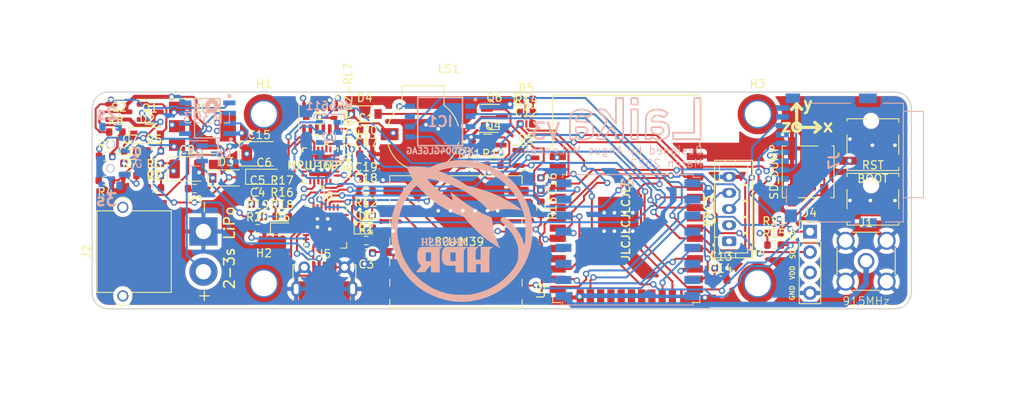
<source format=kicad_pcb>
(kicad_pcb (version 20211014) (generator pcbnew)
  (title_block (title "L2 Board PCB") (date "2021-05-05") (rev "2.0") (company "Monash University") (comment 1 "Created by Angus McLennan") (comment 2 "ID 29714389"))
  (layers (0 "F.Cu" signal) (1 "In1.Cu" signal) (2 "In2.Cu" signal) (31 "B.Cu" signal) (34 "B.Paste" user) (35 "F.Paste" user) (36 "B.SilkS" user "B.Silkscreen") (37 "F.SilkS" user "F.Silkscreen") (38 "B.Mask" user) (39 "F.Mask" user) (44 "Edge.Cuts" user))
  (net 0 "")
  (net 1 "GND")
  (net 2 "VDD")
  (net 3 "Net-(D1-Pad2)")
  (net 4 "+5V")
  (net 5 "+BATT")
  (net 6 "MISO_SD")
  (net 7 "CLK_SD")
  (net 8 "MOSI_SD")
  (net 9 "CS_SD")
  (net 10 "RXD0")
  (net 11 "TXD0")
  (net 12 "SCL")
  (net 13 "SDA")
  (net 14 "BOOT")
  (net 15 "EN")
  (net 16 "Net-(D4-Pad2)")
  (net 17 "DTR")
  (net 18 "RTS")
  (net 19 "Net-(D5-Pad2)")
  (net 20 "SCK_RF")
  (net 21 "MOSI_RF")
  (net 22 "MISO_RF")
  (net 23 "CS_RF")
  (net 24 "TXD1_RRC3")
  (net 25 "RXD1_RRC3")
  (net 26 "Net-(Q4-Pad1)")
  (net 27 "ESP_LED")
  (net 28 "Batt_sense")
  (net 29 "BUZZER")
  (net 30 "TXD2_GPS")
  (net 31 "RXD2_GPS")
  (net 32 "RF_IO0")
  (net 33 "Net-(C18-Pad2)")
  (net 34 "Net-(C19-Pad1)")
  (net 35 "RESET_RF")
  (net 36 "Net-(C7-Pad1)")
  (net 37 "VDC")
  (net 38 "Net-(D3-Pad2)")
  (net 39 "Net-(D6-Pad2)")
  (net 41 "CS_XT")
  (net 43 "Net-(J1-Pad1)")
  (net 44 "Net-(J5-Pad2)")
  (net 45 "Net-(J5-Pad3)")
  (net 47 "VCC")
  (net 48 "Net-(Q5-Pad1)")
  (net 49 "Net-(Q6-Pad1)")
  (net 50 "Net-(R1-Pad1)")
  (net 51 "/Power/Vp")
  (net 52 "/Power/2s")
  (net 53 "/Power/3s")
  (net 54 "Net-(R12-Pad2)")
  (net 55 "SD_DUMP")
  (net 83 "Net-(SW1-Pad2)")
  (net 97 "IO25")
  (net 102 "IO26")
  (net 118 "Net-(Q2-Pad1)")
  (footprint "Resistor_SMD:R_0603_1608Metric" (layer "F.Cu") (at 127.2154 96.7232)
    (fp_text reference "R19")
    (fp_text value "300k")
  )
  (footprint "Package_TO_SOT_SMD:SOT-23" (layer "F.Cu") (at 109.9955 83.7438)
    (fp_text reference "Q2")
    (fp_text value "Si2301CDS")
  )
  (footprint "LED_SMD:LED_0603_1608Metric" (layer "F.Cu") (at 160.5156 82.1944)
    (fp_text reference "D5")
    (fp_text value "ERROR_STATUS_LED")
  )
  (footprint "MountingHole:MountingHole_3.2mm_M3_ISO14580_Pad_TopOnly" (layer "F.Cu") (at 127.98 84.032)
    (fp_text reference "H1")
    (fp_text value "MountingHole")
  )
  (footprint "Resistor_SMD:R_0603_1608Metric" (layer "F.Cu") (at 114.3894 93.1672)
    (fp_text reference "R2")
    (fp_text value "50k")
  )
  (footprint "Package_TO_SOT_SMD:SOT-23" (layer "F.Cu") (at 160.4772 89.4588)
    (fp_text reference "Q5")
    (fp_text value "MMBT2222")
  )
  (footprint "Capacitor_Tantalum_SMD:CP_EIA-3528-21_Kemet-B" (layer "F.Cu") (at 118.4402 90.8304)
    (fp_text reference "C8")
    (fp_text value "100uF")
  )
  (footprint "Resistor_SMD:R_0603_1608Metric" (layer "F.Cu") (at 109.6142 86.2584)
    (fp_text reference "R8")
    (fp_text value "100k")
  )
  (footprint "Local_footprints:MPU-6050" (layer "F.Cu") (at 134.9756 90.3986)
    (fp_text reference "U10")
    (fp_text value "MPU-6050")
  )
  (footprint "Capacitor_SMD:C_0603_1608Metric" (layer "F.Cu") (at 140.6776 101.2444 180)
    (fp_text reference "C3")
    (fp_text value "10uF")
  )
  (footprint "Resistor_SMD:R_0603_1608Metric" (layer "F.Cu") (at 162.3314 95.7204 -90)
    (fp_text reference "R13")
    (fp_text value "1k")
  )
  (footprint "LED_SMD:LED_0603_1608Metric" (layer "F.Cu") (at 140.6652 98.171)
    (fp_text reference "D1")
    (fp_text value "LED_BLUE")
  )
  (footprint "MountingHole:MountingHole_3.2mm_M3_ISO14580_Pad_TopOnly" (layer "F.Cu") (at 189.23 84.032)
    (fp_text reference "H3")
    (fp_text value "MountingHole")
  )
  (footprint "Capacitor_SMD:C_0603_1608Metric" (layer "F.Cu") (at 111.3795 88.5952)
    (fp_text reference "C7")
    (fp_text value "0.1uF")
  )
  (footprint "Capacitor_SMD:C_0603_1608Metric" (layer "F.Cu") (at 140.6398 85.9536)
    (fp_text reference "C1")
    (fp_text value "100nF")
  )
  (footprint "Diode_SMD:D_SOD-123" (layer "F.Cu") (at 123.2916 91.948)
    (fp_text reference "D3")
    (fp_text value "B5819W")
  )
  (footprint "Capacitor_SMD:C_0603_1608Metric" (layer "F.Cu") (at 111.3795 90.1192)
    (fp_text reference "C10")
    (fp_text value "0.1uF")
  )
  (footprint "Capacitor_SMD:C_0603_1608Metric" (layer "F.Cu") (at 184.645 103.124)
    (fp_text reference "C13")
    (fp_text value "100nF")
  )
  (footprint "Resistor_SMD:R_0603_1608Metric" (layer "F.Cu") (at 130.2258 93.6798)
    (fp_text reference "R17")
    (fp_text value "2.4k")
  )
  (footprint "Button_Switch_SMD:SW_Push_1P1T_NO_CK_KSC6xxJ" (layer "F.Cu") (at 203.5048 94.5896)
    (fp_text reference "SW2" hide)
    (fp_text value "RST")
  )
  (footprint "Package_DFN_QFN:QFN-28-1EP_5x5mm_P0.5mm_EP3.35x3.35mm" (layer "F.Cu") (at 135.636 98.044)
    (fp_text reference "U8")
    (fp_text value "CP2102N-A01-GQFN28")
  )
  (footprint "Capacitor_SMD:C_0603_1608Metric" (layer "F.Cu") (at 140.6398 90.5256 180)
    (fp_text reference "C18")
    (fp_text value "0.1uF")
  )
  (footprint "MountingHole:MountingHole_3.2mm_M3_ISO14580_Pad_TopOnly" (layer "F.Cu") (at 189.23 105.032)
    (fp_text reference "H4")
    (fp_text value "MountingHole")
  )
  (footprint "Resistor_SMD:R_0603_1608Metric" (layer "F.Cu") (at 119.3922 93.2688 180)
    (fp_text reference "R9")
    (fp_text value "100k")
  )
  (footprint "Connector_AMASS:AMASS_XT30PW-M_1x02_P2.50mm_Horizontal" (layer "F.Cu") (at 120.483 98.592 90)
    (fp_text reference "J2")
    (fp_text value "2-3S_LiPo_LARGE_HOLE_XT-30")
  )
  (footprint "Resistor_SMD:R_0603_1608Metric" (layer "F.Cu") (at 114.3894 91.6432)
    (fp_text reference "R6")
    (fp_text value "3M")
  )
  (footprint "Resistor_SMD:R_0603_1608Metric" (layer "F.Cu") (at 160.5156 83.7184)
    (fp_text reference "R14")
    (fp_text value "1k")
  )
  (footprint "Resistor_SMD:R_0603_1608Metric" (layer "F.Cu") (at 111.3536 91.6432)
    (fp_text reference "R7")
    (fp_text value "1M")
  )
  (footprint "Button_Switch_SMD:SW_Push_1P1T_NO_CK_KSC6xxJ" (layer "F.Cu") (at 203.5048 87.8078 180)
    (fp_text reference "SW3" hide)
    (fp_text value "BOOT")
  )
  (footprint "Connector_PinHeader_2.54mm:PinHeader_1x04_P2.54mm_Vertical" (layer "F.Cu") (at 195.707 98.6128)
    (fp_text reference "J4")
    (fp_text value "I2C_Interface_Male")
  )
  (footprint "Resistor_SMD:R_0603_1608Metric" (layer "F.Cu") (at 130.2512 96.7232)
    (fp_text reference "R18")
    (fp_text value "1k")
  )
  (footprint "Button_Switch_SMD:SW_Push_1P1T_NO_CK_KSC6xxJ" (layer "F.Cu") (at 195.4784 91.186 90)
    (fp_text reference "SW4" hide)
    (fp_text value "SD_DUMP")
  )
  (footprint "Resistor_SMD:R_0603_1608Metric" (layer "F.Cu") (at 108.3178 92.2528 180)
    (fp_text reference "R4")
    (fp_text value "3M")
  )
  (footprint "Connector_Coaxial:SMA_Amphenol_132291_Vertical" (layer "F.Cu") (at 202.6666 102.2858)
    (fp_text reference "J1")
    (fp_text value "Conn_Coaxial")
  )
  (footprint "MountingHole:MountingHole_3.2mm_M3_ISO14580_Pad_TopOnly" (layer "F.Cu") (at 127.98 105.032)
    (fp_text reference "H2")
    (fp_text value "MountingHole")
  )
  (footprint "Package_TO_SOT_SMD:SOT-223-3_TabPin2" (layer "F.Cu") (at 120.3587 85.5218)
    (fp_text reference "U7")
    (fp_text value "AMS1117-3.3")
  )
  (footprint "Local_footprints:L80-M39" (layer "F.Cu") (at 151.7954 99.8728)
    (fp_text reference "U1")
    (fp_text value "L80-M39")
  )
  (footprint "Package_TO_SOT_SMD:SOT-23" (layer "F.Cu") (at 156.4132 87.8586)
    (fp_text reference "Q4")
    (fp_text value "MMBT2222")
  )
  (footprint "Diode_SMD:D_SOD-123" (layer "F.Cu") (at 140.4874 83.9978)
    (fp_text reference "D4")
    (fp_text value "B5819W")
  )
  (footprint "Resistor_SMD:R_0603_1608Metric" (layer "F.Cu") (at 191.262 100.2792)
    (fp_text reference "R15")
    (fp_text value "10k")
  )
  (footprint "Resistor_SMD:R_0603_1608Metric" (layer "F.Cu") (at 130.2258 95.1992)
    (fp_text reference "R16")
    (fp_text value "2.4k")
  )
  (footprint "Resistor_SMD:R_0603_1608Metric" (layer "F.Cu") (at 140.6784 99.7204)
    (fp_text reference "R1")
    (fp_text value "1k")
  )
  (footprint "Capacitor_SMD:C_0603_1608Metric" (layer "F.Cu") (at 140.6398 92.0496)
    (fp_text reference "C19")
    (fp_text value "2.2nF")
  )
  (footprint "Capacitor_SMD:C_0603_1608Metric" (layer "F.Cu") (at 140.6398 87.4776)
    (fp_text reference "C20")
    (fp_text value "0.1uF")
  )
  (footprint "Capacitor_SMD:C_0603_1608Metric" (layer "F.Cu") (at 140.6398 96.6216 180)
    (fp_text reference "C2")
    (fp_text value "100nF")
  )
  (footprint "Capacitor_Tantalum_SMD:CP_EIA-3528-21_Kemet-B" (layer "F.Cu") (at 127.3929 88.9508)
    (fp_text reference "C15")
    (fp_text value "100uF")
  )
  (footprint "Capacitor_SMD:C_0603_1608Metric" (layer "F.Cu") (at 160.528 85.2424)
    (fp_text reference "C12")
    (fp_text value "1uF")
  )
  (footprint "Capacitor_SMD:C_0603_1608Metric" (layer "F.Cu") (at 162.3314 92.71 -90)
    (fp_text reference "C16")
    (fp_text value "100nF")
  )
  (footprint "LED_SMD:LED_0603_1608Metric" (layer "F.Cu") (at 130.2766 98.2726)
    (fp_text reference "D6")
    (fp_text value "LED_RED")
  )
  (footprint "Local_footprints:ADXL375BCCZ-RL7" (layer "F.Cu") (at 134.9502 84.4804 -90)
    (fp_text reference "U3")
    (fp_text value "ADXL375BCCZ-RL7")
  )
  (footprint "Package_TO_SOT_SMD:SOT-23" (layer "F.Cu") (at 113.8817 83.7438)
    (fp_text reference "Q1")
    (fp_text value "Si2301CDS")
  )
  (footprint "Local_footprints:XDCR_SMT-1127-S-R" (layer "F.Cu") (at 147.7264 86.5124)
    (fp_text reference "LS1")
    (fp_text value "SMT-1127-S-R")
  )
  (footprint "Connector_JST:JST_PH_B5B-PH-K_1x05_P2.00mm_Vertical" (layer "F.Cu") (at 185.6828 99.8088 90)
    (fp_text reference "J3" hide)
    (fp_text value "RRC3_In")
  )
  (footprint "Capacitor_SMD:C_0603_1608Metric" (layer "F.Cu") (at 114.3897 90.1192 180)
    (fp_text reference "C9")
    (fp_text value "10uF")
  )
  (footprint "Capacitor_SMD:C_0603_1608Metric" (layer "F.Cu") (at 184.645 104.648)
    (fp_text reference "C14")
    (fp_text value "10uF")
  )
  (footprint "Connector_USB:USB_Micro-B_Molex-105017-0001" (layer "F.Cu") (at 135.4836 104.4956)
    (fp_text reference "J5")
    (fp_text value "USB_B_Micro")
  )
  (footprint "Resistor_SMD:R_0603_1608Metric" (layer "F.Cu") (at 191.2498 98.7552)
    (fp_text reference "R21")
    (fp_text value "10k")
  )
  (footprint "Resistor_SMD:R_0603_1608Metric" (layer "F.Cu") (at 156.4894 90.3732)
    (fp_text reference "R10")
    (fp_text value "12k")
  )
  (footprint "Capacitor_SMD:C_0603_1608Metric" (layer "F.Cu") (at 140.6398 89.0016)
    (fp_text reference "C17")
    (fp_text value "10nF")
  )
  (footprint "Resistor_SMD:R_0603_1608Metric" (layer "F.Cu") (at 114.3775 88.5952)
    (fp_text reference "R5")
    (fp_text value "100k")
  )
  (footprint "Resistor_SMD:R_0603_1608Metric" (layer "F.Cu") (at 153.4668 90.3732)
    (fp_text reference "R11")
    (fp_text value "12k")
  )
  (footprint "Resistor_SMD:R_0603_1608Metric" (layer "F.Cu") (at 140.6398 93.5736 180)
    (fp_text reference "R12")
    (fp_text value "10k")
  )
  (footprint "Resistor_SMD:R_0603_1608Metric" (layer "F.Cu") (at 127.2154 98.2472)
    (fp_text reference "R20")
    (fp_text value "100k")
  )
  (footprint "Capacitor_SMD:C_0603_1608Metric" (layer "F.Cu") (at 127.2032 95.1992)
    (fp_text reference "C4")
    (fp_text value "100nF")
  )
  (footprint "RF_Module:ESP32-WROOM-32" (layer "F.Cu") (at 172.9232 97.536)
    (fp_text reference "U9")
    (fp_text value "ESP32-WROOM-32")
  )
  (footprint "Resistor_SMD:R_0603_1608Metric" (layer "F.Cu") (at 108.3564 89.2556)
    (fp_text reference "R3")
    (fp_text value "5.1M")
  )
  (footprint "Package_TO_SOT_SMD:SOT-23" (layer "F.Cu") (at 156.5656 84.3788)
    (fp_text reference "Q6")
    (fp_text value "2N7002")
  )
  (footprint "Diode_SMD:D_SOD-123" (layer "F.Cu") (at 113.5007 86.6648)
    (fp_text reference "D2")
    (fp_text value "B5819W")
  )
  (footprint "Capacitor_SMD:C_0603_1608Metric" (layer "F.Cu") (at 140.6398 95.0976 180)
    (fp_text reference "C11")
    (fp_text value "1uF")
  )
  (footprint "Capacitor_Tantalum_SMD:CP_EIA-3216-18_Kemet-A" (layer "F.Cu") (at 128.016 91.7956)
    (fp_text reference "C6")
    (fp_text value "10uF")
  )
  (footprint "Capacitor_SMD:C_0603_1608Metric" (layer "F.Cu") (at 127.1902 93.6752)
    (fp_text reference "C5")
    (fp_text value "10uF")
  )
  (footprint "Local_footprints:THD252811SDGF" (layer "B.Cu") (at 200.034 90.03157 -90)
    (fp_text reference "J7")
    (fp_text value "THD2528-11SD-GF" hide)
  )
  (footprint "Local_footprints:Liaka_Text" (layer "B.Cu") (at 173.9108 88.4032 180)
    (fp_text reference "H6")
    (fp_text value "Liaka_Text")
  )
  (footprint "Package_TO_SOT_SMD:SOT-23" (layer "B.Cu") (at 119.38 88.9 180)
    (fp_text reference "Q3")
    (fp_text value "Si2301CDS")
  )
  (footprint "Local_footprints:MS561101BA03-50" (layer "B.Cu") (at 136.0728 86.9188 180)
    (fp_text reference "U2")
    (fp_text value "MS561101BA03-50" hide)
  )
  (footprint "Local_footprints:SON127P800X600X95-8N" (layer "B.Cu") (at 149.8346 84.9376 180)
    (fp_text reference "IC1")
    (fp_text value "XTSD04GLGEAG" hide)
  )
  (footprint "Local_footprints:SSSS811101" (layer "B.Cu") (at 108.966 89.2556 90)
    (fp_text reference "SW1")
    (fp_text value "SW_SPDT")
  )
  (footprint "Local_footprints:Analog_Devices-ADR5040ARTZ-REEL7-Level_C" (layer "B.Cu") (at 123.0376 88.9508 180)
    (fp_text reference "U6")
    (fp_text value "ADR5040ARTZ-2.048" hide)
  )
  (footprint "Local_footprints:HPR_Logo" (layer "B.Cu") (at 152.5778 98.5266 180)
    (fp_text reference "H5" hide)
    (fp_text value "HPR_Logo" hide)
  )
  (footprint "RF_Module:HOPERF_RFM9XW_SMD" (layer "B.Cu") (at 173.1264 99.6188 180)
    (fp_text reference "U4")
    (fp_text value "RFM95W-915S2")
  )
  (footprint "Local_footprints:LM393DR2G" (layer "B.Cu") (at 120.9548 84.5312 180)
    (fp_text reference "U5")
    (fp_text value "LM393")
  )
  (gr_line (start 194.056 82.7405) (end 193.421 83.4517) (layer "F.SilkS") (width 0.4))
  (gr_line (start 194.056 85.6615) (end 194.056 82.7405) (layer "F.SilkS") (width 0.4))
  (gr_line (start 197.0024 85.6742) (end 196.3166 86.2838) (layer "F.SilkS") (width 0.4))
  (gr_circle (center 194.056 85.6488) (end 194.577164 85.6488) (layer "F.SilkS") (width 0.4) (fill none))
  (gr_line (start 194.056 82.7405) (end 194.6656 83.4263) (layer "F.SilkS") (width 0.4))
  (gr_line (start 197.0024 85.6742) (end 196.2912 85.0392) (layer "F.SilkS") (width 0.4))
  (gr_line (start 194.0814 85.6742) (end 197.0024 85.6742) (layer "F.SilkS") (width 0.4))
  (gr_arc locked (start 208.28 106.172) (mid 207.684841 107.608841) (end 206.248 108.204) (layer "Edge.Cuts") (width 0.15))
  (gr_line locked (start 108.712 81.28) (end 206.248 81.28) (layer "Edge.Cuts") (width 0.15))
  (gr_line locked (start 106.68 83.312) (end 106.68 106.172) (layer "Edge.Cuts") (width 0.15))
  (gr_arc locked (start 108.712 108.204) (mid 107.275159 107.608841) (end 106.68 106.172) (layer "Edge.Cuts") (width 0.15))
  (gr_line locked (start 108.712 108.204) (end 206.248 108.204) (layer "Edge.Cuts") (width 0.15))
  (gr_arc locked (start 206.248 81.28) (mid 207.684841 81.875159) (end 208.28 83.312) (layer "Edge.Cuts") (width 0.15))
  (gr_arc locked (start 106.68 83.312) (mid 107.275159 81.875159) (end 108.712 81.28) (layer "Edge.Cuts") (width 0.15))
  (gr_line locked (start 208.28 83.312) (end 208.28 106.172) (layer "Edge.Cuts") (width 0.15))
  (gr_text "XTSD04GLGEAG" (at 149.8092 88.5952) (layer "B.SilkS") (effects (font (size 0.75 0.75) (thickness 0.1875)) (justify mirror)))
  (gr_text "3s" (at 108.458 94.6658) (layer "B.SilkS") (effects (font (size 1.5 1.5) (thickness 0.3)) (justify mirror)))
  (gr_text "V3" (at 162.9156 86.1568) (layer "B.SilkS") (effects (font (size 2 2) (thickness 0.3)) (justify mirror)))
  (gr_text "MS5611" (at 136.1186 82.9818) (layer "B.SilkS") (effects (font (size 1 1) (thickness 0.2)) (justify mirror)))
  (gr_text "Designed by Angus McLennan\nMarch 2022" (at 182.4736 89.3318) (layer "B.SilkS") (effects (font (size 1 1) (thickness 0.1)) (justify left mirror)))
  (gr_text "2s" (at 108.5088 83.947) (layer "B.SilkS") (effects (font (size 1.5 1.5) (thickness 0.3)) (justify mirror)))
  (gr_text "2-3s LiPo" (at 123.698 100.6094 90) (layer "F.SilkS") (effects (font (size 1.3 1.3) (thickness 0.2))))
  (gr_text "915MHz" (at 202.6666 107.2388) (layer "F.SilkS") (effects (font (size 1 1) (thickness 0.1))))
  (gr_text "RRC3" (at 183.1086 96.0628 90) (layer "F.SilkS") (effects (font (size 1 1) (thickness 0.2))))
  (gr_text "SCL" (at 193.5734 101.1682 90) (layer "F.SilkS") (effects (font (size 0.6 0.6) (thickness 0.125))))
  (gr_text "x" (at 197.9422 85.4964) (layer "F.SilkS") (effects (font (size 1.5 1.5) (thickness 0.3))))
  (gr_text "z" (at 192.786 85.471) (layer "F.SilkS") (effects (font (size 1.5 1.5) (thickness 0.3))))
  (gr_text "y" (at 195.453 82.7278) (layer "F.SilkS") (effects (font (size 1.5 1.5) (thickness 0.3))))
  (gr_text "SDA" (at 193.5734 98.7806 90) (layer "F.SilkS") (effects (font (size 0.6 0.6) (thickness 0.125))))
  (gr_text "GND" (at 193.4972 106.2228 90) (layer "F.SilkS") (effects (font (size 0.6 0.6) (thickness 0.125))))
  (gr_text "JLCJLCJLCJLC" (at 172.8724 97.1296 90) (layer "F.SilkS") (effects (font (size 1 1) (thickness 0.2))))
  (gr_text "VDD" (at 193.5226 103.7082 90) (layer "F.SilkS") (effects (font (size 0.6 0.6) (thickness 0.125))))
  (segment (start 136.10321 85.898291) (end 136.1502 85.851301) (width 0.25) (layer "F.Cu") (net 1))
  (segment (start 112.0526 90.1192) (end 110.5286 91.6432) (width 0.25) (layer "F.Cu") (net 1))
  (segment (start 133.7502 83.109499) (end 134.550201 83.109499) (width 0.25) (layer "F.Cu") (net 1))
  (segment (start 141.4148 89.0016) (end 141.4148 87.4776) (width 0.25) (layer "F.Cu") (net 1))
  (segment (start 139.8648 95.8472) (end 139.8648 96.6216) (width 0.25) (layer "F.Cu") (net 1))
  (segment (start 136.9695 89.1486) (end 136.2256 89.1486) (width 0.25) (layer "F.Cu") (net 1))
  (segment (start 142.5956 92.0496) (end 142.748 92.202) (width 0.25) (layer "F.Cu") (net 1))
  (segment (start 129.4637 98.2472) (end 129.4891 98.2726) (width 0.25) (layer "F.Cu") (net 1))
  (segment (start 160.41512 84.009703) (end 160.41512 82.88142) (width 0.25) (layer "F.Cu") (net 1))
  (segment (start 119.9777 91.233621) (end 119.940161 91.27116) (width 0.25) (layer "F.Cu") (net 1))
  (segment (start 139.8648 95.0976) (end 139.8648 95.8472) (width 0.25) (layer "F.Cu") (net 1))
  (segment (start 134.7256 92.3925) (end 134.7256 90.6486) (width 0.25) (layer "F.Cu") (net 1))
  (segment (start 133.186 97.544) (end 135.136 97.544) (width 0.25) (layer "F.Cu") (net 1))
  (segment (start 139.8777 96.6345) (end 139.8648 96.6216) (width 0.25) (layer "F.Cu") (net 1))
  (segment (start 119.9777 90.8304) (end 119.9777 91.233621) (width 0.25) (layer "F.Cu") (net 1))
  (segment (start 129.366 91.7956) (end 129.366 92.2744) (width 0.25) (layer "F.Cu") (net 1))
  (segment (start 161.303 85.2424) (end 161.303 84.897583) (width 0.25) (layer "F.Cu") (net 1))
  (segment (start 144.0454 98.5794) (end 144.018 98.552) (width 0.25) (layer "F.Cu") (net 1))
  (segment (start 113.6147 90.1192) (end 112.1545 90.1192) (width 0.25) (layer "F.Cu") (net 1))
  (segment (start 164.4232 89.3228) (end 164.338 89.408) (width 0.25) (layer "F.Cu") (net 1))
  (segment (start 112.1545 90.1192) (end 112.0526 90.1192) (width 0.25) (layer "F.Cu") (net 1))
  (segment (start 112.1545 88.5952) (end 113.5525 88.5952) (width 0.25) (layer "F.Cu") (net 1))
  (segment (start 162.3314 93.485) (end 162.319 93.485) (width 0.25) (layer "F.Cu") (net 1))
  (segment (start 144.0454 98.6028) (end 144.0454 98.5794) (width 0.25) (layer "F.Cu") (net 1))
  (segment (start 141.4148 92.0496) (end 142.5956 92.0496) (width 0.25) (layer "F.Cu") (net 1))
  (segment (start 136.1502 83.109499) (end 136.1502 82.287446) (width 0.25) (layer "F.Cu") (net 1))
  (segment (start 112.1545 90.1192) (end 112.1545 88.5952) (width 0.25) (layer "F.Cu") (net 1))
  (segment (start 127.9782 93.6882) (end 127.9652 93.6752) (width 0.25) (layer "F.Cu") (net 1))
  (segment (start 133.7256 89.1486) (end 134.9756 90.3986) (width 0.25) (layer "F.Cu") (net 1))
  (segment (start 200.6048 85.8078) (end 200.6048 87.0668) (width 0.25) (layer "F.Cu") (net 1))
  (segment (start 139.9026 102.0566) (end 140.462 102.616) (width 0.25) (layer "F.Cu") (net 1))
  (segment (start 136.7836 103.0331) (end 137.9836 103.0331) (width 0.25) (layer "F.Cu") (net 1))
  (segment (start 135.725601 91.087801) (end 135.885701 90.927701) (width 0.25) (layer "F.Cu") (net 1))
  (segment (start 113.5525 90.057) (end 113.6147 90.1192) (width 0.25) (layer "F.Cu") (net 1))
  (segment (start 159.7281 82.1944) (end 159.1056 82.1944) (width 0.25) (layer "F.Cu") (net 1))
  (segment (start 160.923337 84.51792) (end 160.41512 84.009703) (width 0.25) (layer "F.Cu") (net 1))
  (segment (start 136.1502 82.287446) (end 136.12649 82.263736) (width 0.25) (layer "F.Cu") (net 1))
  (segment (start 134.7256 90.6486) (end 134.9756 90.3986) (width 0.25) (layer "F.Cu") (net 1))
  (segment (start 185.42 104.648) (end 185.42 103.124) (width 0.25) (layer "F.Cu") (net 1))
  (segment (start 132.9817 89.1486) (end 133.7256 89.1486) (width 0.25) (layer "F.Cu") (net 1))
  (segment (start 135.636 98.044) (end 134.62 97.028) (width 0.25) (layer "F.Cu") (net 1))
  (segment (start 109.919 92.2528) (end 110.5286 91.6432) (width 0.25) (layer "F.Cu") (net 1))
  (segment (start 200.6048 87.0668) (end 200.66 87.122) (width 0.25) (layer "F.Cu") (net 1))
  (segment (start 141.4148 90.5256) (end 141.4148 89.0016) (width 0.25) (layer "F.Cu") (net 1))
  (segment (start 109.1428 92.2528) (end 109.919 92.2528) (width 0.25) (layer "F.Cu") (net 1))
  (segment (start 136.088842 82.226088) (end 136.12649 82.263736) (width 0.25) (layer "F.Cu") (net 1))
  (segment (start 164.4232 89.281) (end 164.4232 89.3228) (width 0.25) (layer "F.Cu") (net 1))
  (segment (start 141.4148 85.9536) (end 141.4148 87.4776) (width 0.25) (layer "F.Cu") (net 1))
  (segment (start 128.9304 91.36) (end 128.9304 88.9508) (width 0.25) (layer "F.Cu") (net 1))
  (segment (start 117.2087 83.2218) (end 117.2087 83.4513) (width 0.25) (layer "F.Cu") (net 1))
  (segment (start 167.2082 106.7562) (end 167.132 106.68) (width 0.25) (layer "F.Cu") (net 1))
  (segment (start 136.10321 86.890765) (end 136.10321 85.898291) (width 0.25) (layer "F.Cu") (net 1))
  (segment (start 128.0404 98.2472) (end 129.4637 98.2472) (width 0.25) (layer "F.Cu") (net 1))
  (segment (start 127.9782 95.1992) (end 127.9782 93.6882) (width 0.25) (layer "F.Cu") (net 1))
  (segment (start 141.4148 92.0496) (end 141.4148 90.5256) (width 0.25) (layer "F.Cu") (net 1))
  (segment (start 167.2082 106.791) (end 167.2082 106.7562) (width 0.25) (layer "F.Cu") (net 1))
  (segment (start 134.550201 82.365799) (end 134.689912 82.226088) (width 0.25) (layer "F.Cu") (net 1))
  (segment (start 139.9026 101.2444) (end 139.9026 102.0566) (width 0.25) (layer "F.Cu") (net 1))
  (segment (start 161.303 84.897583) (end 160.923337 84.51792) (width 0.25) (layer "F.Cu") (net 1))
  (segment (start 134.550201 83.109499) (end 134.550201 82.365799) (width 0.25) (layer "F.Cu") (net 1))
  (segment (start 135.725601 92.3925) (end 135.725601 91.087801) (width 0.25) (layer "F.Cu") (net 1))
  (segment (start 135.136 97.544) (end 135.636 98.044) (width 0.25) (layer "F.Cu") (net 1))
  (segment (start 192.3034 86.5378) (end 192.3034 87.111) (width 0.25) (layer "F.Cu") (net 1))
  (segment (start 192.3034 87.111) (end 193.4784 88.286) (width 0.25) (layer "F.Cu") (net 1))
  (segment (start 160.41512 82.88142) (end 159.7281 82.1944) (width 0.25) (layer "F.Cu") (net 1))
  (segment (start 117.2087 83.4513) (end 116.84 83.82) (width 0.25) (layer "F.Cu") (net 1))
  (segment (start 134.689912 82.226088) (end 136.088842 82.226088) (width 0.25) (layer "F.Cu") (net 1))
  (segment (start 136.2256 89.1486) (end 134.9756 90.3986) (width 0.25) (layer "F.Cu") (net 1))
  (segment (start 129.366 92.2744) (end 127.9652 93.6752) (width 0.25) (layer "F.Cu") (net 1))
  (segment (start 162.319 93.485) (end 162.306 93.472) (width 0.25) (layer "F.Cu") (net 1))
  (segment (start 159.1056 82.1944) (end 158.496 82.804) (width 0.25) (layer "F.Cu") (net 1))
  (segment (start 129.366 91.7956) (end 128.9304 91.36) (width 0.25) (layer "F.Cu") (net 1))
  (segment (start 113.5525 88.5952) (end 113.5525 90.057) (width 0.25) (layer "F.Cu") (net 1))
  (segment (start 139.8777 98.171) (end 139.8777 96.6345) (width 0.25) (layer "F.Cu") (net 1))
  (via (at 206.248 87.884) (size 0.8) (drill 0.45) (layers "F.Cu" "B.Cu") (net 1))
  (via (at 134.112 90.932) (size 0.8) (drill 0.45) (layers "F.Cu" "B.Cu") (net 1))
  (via (at 134.62 97.028) (size 0.8) (drill 0.45) (layers "F.Cu" "B.Cu") (net 1))
  (via (at 183.134 93.218) (size 0.8) (drill 0.45) (layers "F.Cu" "B.Cu") (net 1))
  (via (at 170.18 96.266) (size 0.8) (drill 0.45) (layers "F.Cu" "B.Cu") (net 1))
  (via (at 167.132 106.68) (size 0.8) (drill 0.45) (layers "F.Cu" "B.Cu") (net 1))
  (via (at 172.72 96.266) (size 0.8) (drill 0.45) (layers "F.Cu" "B.Cu") (net 1))
  (via (at 151.13 96.012) (size 0.8) (drill 0.45) (layers "F.Cu" "B.Cu") (net 1))
  (via (at 200.66 94.742) (size 0.8) (drill 0.45) (layers "F.Cu" "B.Cu") (net 1))
  (via (at 155.702 85.344) (size 0.8) (drill 0.45) (layers "F.Cu" "B.Cu") (net 1))
  (via (at 171.45 96.266) (size 0.8) (drill 0.45) (layers "F.Cu" "B.Cu") (net 1))
  (via (at 148.082 85.344) (size 0.8) (drill 0.45) (layers "F.Cu" "B.Cu") (net 1))
  (via (at 127.9782 95.1992) (size 0.8) (drill 0.45) (layers "F.Cu" "B.Cu") (net 1))
  (via (at 170.18 98.552) (size 0.8) (drill 0.45) (layers "F.Cu" "B.Cu") (net 1))
  (via (at 171.45 98.552) (size 0.8) (drill 0.45) (layers "F.Cu" "B.Cu") (net 1))
  (via (at 185.42 103.124) (size 0.8) (drill 0.45) (layers "F.Cu" "B.Cu") (net 1))
  (via (at 149.606 96.012) (size 0.8) (drill 0.45) (layers "F.Cu" "B.Cu") (net 1))
  (via (at 164.338 89.408) (size 0.8) (drill 0.45) (layers "F.Cu" "B.Cu") (net 1))
  (via (at 136.144 98.298) (size 0.8) (drill 0.45) (layers "F.Cu" "B.Cu") (net 1))
  (via (at 154.178 96.012) (size 0.8) (drill 0.45) (layers "F.Cu" "B.Cu") (net 1))
  (via (at 203.2 94.742) (size 0.8) (drill 0.45) (layers "F.Cu" "B.Cu") (net 1))
  (via (at 116.84 83.82) (size 0.8) (drill 0.45) (layers "F.Cu" "B.Cu") (net 1))
  (via (at 156.972 96.012) (size 0.8) (drill 0.45) (layers "F.Cu" "B.Cu") (net 1))
  (via (at 134.62 98.044) (size 0.8) (drill 0.45) (layers "F.Cu" "B.Cu") (net 1))
  (via (at 123.952 89.916) (size 0.8) (drill 0.45) (layers "F.Cu" "B.Cu") (net 1))
  (via (at 144.018 98.552) (size 0.8) (drill 0.45) (layers "F.Cu" "B.Cu") (net 1))
  (via (at 152.654 96.012) (size 0.8) (drill 0.45) (layers "F.Cu" "B.Cu") (net 1))
  (via (at 162.306 93.472) (size 0.8) (drill 0.45) (layers "F.Cu" "B.Cu") (net 1))
  (via (at 192.3034 86.5378) (size 0.8) (drill 0.45) (layers "F.Cu" "B.Cu") (net 1))
  (via (at 206.248 94.742) (size 0.8) (drill 0.45) (layers "F.Cu" "B.Cu") (net 1))
  (via (at 173.736 96.266) (size 0.8) (drill 0.45) (layers "F.Cu" "B.Cu") (net 1))
  (via (at 140.462 102.616) (size 0.8) (drill 0.45) (layers "F.Cu" "B.Cu") (net 1))
  (via (at 149.606 85.852) (size 0.8) (drill 0.45) (layers "F.Cu" "B.Cu") (net 1))
  (via (at 158.496 82.804) (size 0.8) (drill 0.45) (layers "F.Cu" "B.Cu") (net 1))
  (via (at 136.12649 82.263736) (size 0.8) (drill 0.45) (layers "F.Cu" "B.Cu") (net 1))
  (via (at 153.67 86.868) (size 0.8) (drill 0.45) (layers "F.Cu" "B.Cu") (net 1))
  (via (at 173.736 98.552) (size 0.8) (drill 0.45) (layers "F.Cu" "B.Cu") (net 1))
  (via (at 200.66 87.122) (size 0.8) (drill 0.45) (layers "F.Cu" "B.Cu") (net 1))
  (via (at 203.454 87.884) (size 0.8) (drill 0.45) (layers "F.Cu" "B.Cu") (net 1))
  (via (at 155.702 96.012) (size 0.8) (drill 0.45) (layers "F.Cu" "B.Cu") (net 1))
  (via (at 172.72 98.552) (size 0.8) (drill 0.45) (layers "F.Cu" "B.Cu") (net 1))
  (via (at 135.128 90.932) (size 0.8) (drill 0.45) (layers "F.Cu" "B.Cu") (net 1))
  (via (at 139.8648 95.8472) (size 0.8) (drill 0.45) (layers "F.Cu" "B.Cu") (net 1))
  (via (at 135.885701 90.927701) (size 0.8) (drill 0.45) (layers "F.Cu" "B.Cu") (net 1))
  (via (at 136.10321 86.890765) (size 0.8) (drill 0.45) (layers "F.Cu" "B.Cu") (net 1))
  (via (at 182.674615 106.785236) (size 0.8) (drill 0.45) (layers "F.Cu" "B.Cu") (net 1))
  (via (at 135.89 97.028) (size 0.8) (drill 0.45) (layers "F.Cu" "B.Cu") (net 1))
  (via (at 142.748 92.202) (size 0.8) (drill 0.45) (layers "F.Cu" "B.Cu") (net 1))
  (via (at 119.940161 91.27116) (size 0.8) (drill 0.45) (layers "F.Cu" "B.Cu") (net 1))
  (via (at 125.222 86.36) (size 0.8) (drill 0.45) (layers "F.Cu" "B.Cu") (net 1))
  (segment (start 137.1728 88.8872) (end 135.128 90.932) (width 0.25) (layer "B.Cu") (net 1))
  (segment (start 123.957199 89.910801) (end 123.952 89.916) (width 0.25) (layer "B.Cu") (net 1))
  (segment (start 137.1728 87.5438) (end 136.756245 87.5438) (width 0.25) (layer "B.Cu") (net 1))
  (segment (start 123.997601 89.910801) (end 123.957199 89.910801) (width 0.25) (layer "B.Cu") (net 1))
  (segment (start 182.5348 92.6188) (end 183.134 93.218) (width 0.25) (layer "B.Cu") (net 1))
  (segment (start 192.284 86.55657) (end 192.28463 86.55657) (width 0.25) (layer "B.Cu") (net 1))
  (segment (start 136.756245 87.5438) (end 136.10321 86.890765) (width 0.25) (layer "B.Cu") (net 1))
  (segment (start 137.1728 87.5438) (end 137.1728 88.7938) (width 0.25) (layer "B.Cu") (net 1))
  (segment (start 123.6948 86.4362) (end 125.1458 86.4362) (width 0.25) (layer "B.Cu") (net 1))
  (segment (start 192.28463 86.55657) (end 192.3034 86.5378) (width 0.25) (layer "B.Cu") (net 1))
  (segment (start 137.1728 88.7938) (end 137.1728 88.8872) (width 0.25) (layer "B.Cu") (net 1))
  (segment (start 182.508179 106.6188) (end 182.674615 106.785236) (width 0.25) (layer "B.Cu") (net 1))
  (segment (start 181.1264 92.6188) (end 182.5348 92.6188) (width 0.25) (layer "B.Cu") (net 1))
  (segment (start 181.1264 106.6188) (end 182.508179 106.6188) (width 0.25) (layer "B.Cu") (net 1))
  (segment (start 125.1458 86.4362) (end 125.222 86.36) (width 0.25) (layer "B.Cu") (net 1))
  (segment (start 123.5087 86.6041) (end 125.8554 88.9508) (width 0.25) (layer "F.Cu") (net 2))
  (segment (start 126.4152 92.0464) (end 126.666 91.7956) (width 0.25) (layer "F.Cu") (net 2))
  (segment (start 144.0454 101.1428) (end 144.0454 103.6828) (width 0.25) (layer "F.Cu") (net 2))
  (segment (start 141.4648 95.0476) (end 141.4148 95.0976) (width 0.25) (layer "F.Cu") (net 2))
  (segment (start 143.5764 86.5124) (end 142.21808 85.15408) (width 0.25) (layer "F.Cu") (net 2))
  (segment (start 136.950201 83.109499) (end 137.949099 83.109499) (width 0.25) (layer "F.Cu") (net 2))
  (segment (start 123.5087 85.5218) (end 122.7582 85.5218) (width 0.25) (layer "F.Cu") (net 2))
  (segment (start 189.5348 98.7552) (end 189.484 98.806) (width 0.25) (layer "F.Cu") (net 2))
  (segment (start 132.950201 82.150201) (end 132.842 82.042) (width 0.25) (layer "F.Cu") (net 2))
  (segment (start 129.4262 95.2246) (end 129.4008 95.1992) (width 0.25) (layer "F.Cu") (net 2))
  (segment (start 116.1915 90.1192) (end 116.9027 90.8304) (width 0.25) (layer "F.Cu") (net 2))
  (segment (start 142.21808 85.15408) (end 139.99368 85.15408) (width 0.25) (layer "F.Cu") (net 2))
  (segment (start 133.186 99.544) (end 133.186 100.1406) (width 0.25) (layer "F.Cu") (net 2))
  (segment (start 132.961311 93.301889) (end 132.9436 93.3196) (width 0.25) (layer "F.Cu") (net 2))
  (segment (start 129.4008 95.1992) (end 129.4008 93.6798) (width 0.25) (layer "F.Cu") (net 2))
  (segment (start 125.8554 88.9508) (end 125.857 88.9508) (width 0.25) (layer "F.Cu") (net 2))
  (segment (start 143.5764 86.5124) (end 143.8656 86.5124) (width 0.25) (layer "F.Cu") (net 2))
  (segment (start 139.8648 87.4776) (end 139.8648 85.9536) (width 0.25) (layer "F.Cu") (net 2))
  (segment (start 133.186 100.1406) (end 133.2738 100.2284) (width 0.25) (layer "F.Cu") (net 2))
  (segment (start 141.5542 101.1428) (end 144.0454 101.1428) (width 0.25) (layer "F.Cu") (net 2))
  (segment (start 163.7154 90.551) (end 162.3314 91.935) (width 0.25) (layer "F.Cu") (net 2))
  (segment (start 139.8648 85.0252) (end 139.7513 84.9117) (width 0.25) (layer "F.Cu") (net 2))
  (segment (start 141.4648 93.5736) (end 141.4648 95.0476) (width 0.25) (layer "F.Cu") (net 2))
  (segment (start 136.950201 83.109499) (end 136.950201 82.251799) (width 0.25) (layer "F.Cu") (net 2))
  (segment (start 133.92181 93.301889) (end 132.961311 93.301889) (width 0.25) (layer "F.Cu") (net 2))
  (segment (start 157.0228 98.6028) (end 156.972 98.552) (width 0.25) (layer "F.Cu") (net 2))
  (segment (start 139.8648 89.0016) (end 139.8648 87.4776) (width 0.25) (layer "F.Cu") (net 2))
  (segment (start 132.950201 83.109499) (end 132.950201 82.150201) (width 0.25) (layer "F.Cu") (net 2))
  (segment (start 122.7582 85.5218) (end 122.174 86.106) (width 0.25) (layer "F.Cu") (net 2))
  (segment (start 190.4248 98.7552) (end 190.4248 100.267) (width 0.25) (layer "F.Cu") (net 2))
  (segment (start 136.950201 82.251799) (end 137.16 82.042) (width 0.25) (layer "F.Cu") (net 2))
  (segment (start 110.617 90.1192) (end 110.6424 90.1446) (width 0.25) (layer "F.Cu") (net 2))
  (segment (start 134.225599 92.9981) (end 133.92181 93.301889) (width 0.25) (layer "F.Cu") (net 2))
  (segment (start 159.5454 98.6028) (end 157.0228 98.6028) (width 0.25) (layer "F.Cu") (net 2))
  (segment (start 116.7638 85.5218) (end 116.586 85.344) (width 0.25) (layer "F.Cu") (net 2))
  (segment (start 133.186 99.044) (end 133.186 99.544) (width 0.25) (layer "F.Cu") (net 2))
  (segment (start 116.9027 90.8304) (end 116.9027 90.9455) (width 0.25) (layer "F.Cu") (net 2))
  (segment (start 123.5087 85.5218) (end 123.5087 86.6041) (width 0.25) (layer "F.Cu") (net 2))
  (segment (start 137.8658 91.6486) (end 137.922 91.5924) (width 0.25) (layer "F.Cu") (net 2))
  (segment (start 115.1647 90.1192) (end 116.1915 90.1192) (width 0.25) (layer "F.Cu") (net 2))
  (segment (start 141.4148 96.6216) (end 141.4148 95.0976) (width 0.25) (layer "F.Cu") (net 2))
  (segment (start 126.4152 93.6752) (end 126.4152 92.0464) (width 0.25) (layer "F.Cu") (net 2))
  (segment (start 122.6058 85.5218) (end 122.174 85.09) (width 0.25) (layer "F.Cu") (net 2))
  (segment (start 139.8648 85.9536) (end 139.8648 85.0252) (width 0.25) (layer "F.Cu") (net 2))
  (segment (start 132.950201 83.109499) (end 132.950201 84.198899) (width 0.25) (layer "F.Cu") (net 2))
  (segment (start 141.4526 101.3206) (end 141.478 101.346) (width 0.25) (layer "F.Cu") (net 2))
  (segment (start 183.87 104.648) (end 183.87 103.124) (width 0.25) (layer "F.Cu") (net 2))
  (segment (start 138.8761 84.0365) (end 138.804199 84.0365) (width 0.25) (layer "F.Cu") (net 2))
  (segment (start 126.4282 93.6882) (end 126.4152 93.6752) (width 0.25) (layer "F.Cu") (net 2))
  (segment (start 129.4262 96.7232) (end 129.4262 95.2246) (width 0.25) (layer "F.Cu") (net 2))
  (segment (start 110.6045 90.1192) (end 110.617 90.1192) (width 0.25) (layer "F.Cu") (net 2))
  (segment (start 143.8656 86.5124) (end 144.018 86.36) (width 0.25) (layer "F.Cu") (net 2))
  (segment (start 136.9695 91.6486) (end 137.8658 91.6486) (width 0.25) (layer "F.Cu") (net 2))
  (segment (start 134.225599 92.3925) (end 134.225599 92.9981) (width 0.25) (layer "F.Cu") (net 2))
  (segment (start 190.4248 100.267) (end 190.437 100.2792) (width 0.25) (layer "F.Cu") (net 2))
  (segment (start 132.950201 84.198899) (end 133.231702 84.4804) (width 0.25) (layer "F.Cu") (net 2))
  (segment (start 139.7513 84.9117) (end 138.8761 84.0365) (width 0.25) (layer "F.Cu") (net 2))
  (segment (start 116.9027 90.9455) (end 116.7638 91.0844) (width 0.25) (layer "F.Cu") (net 2))
  (segment (start 190.4248 98.7552) (end 189.5348 98.7552) (width 0.25) (layer "F.Cu") (net 2))
  (segment (start 137.949099 83.109499) (end 138.8374 83.9978) (width 0.25) (layer "F.Cu") (net 2))
  (segment (start 123.5087 85.5218) (end 122.6058 85.5218) (width 0.25) (layer "F.Cu") (net 2))
  (segment (start 117.2087 85.5218) (end 116.7638 85.5218) (width 0.25) (layer "F.Cu") (net 2))
  (segment (start 126.4282 95.1992) (end 126.4282 93.6882) (width 0.25) (layer "F.Cu") (net 2))
  (segment (start 164.4232 90.551) (end 163.7154 90.551) (width 0.25) (layer "F.Cu") (net 2))
  (segment (start 141.4526 101.2444) (end 141.4526 101.3206) (width 0.25) (layer "F.Cu") (net 2))
  (segment (start 139.99368 85.15408) (end 139.7513 84.9117) (width 0.25) (layer "F.Cu") (net 2))
  (segment (start 141.4526 101.2444) (end 141.5542 101.1428) (width 0.25) (layer "F.Cu") (net 2))
  (via (at 125.857 88.9508) (size 0.8) (drill 0.45) (layers "F.Cu" "B.Cu") (net 2))
  (via (at 141.4148 96.6216) (size 0.8) (drill 0.45) (layers "F.Cu" "B.Cu") (net 2))
  (via (at 115.1647 90.1192) (size 0.8) (drill 0.45) (layers "F.Cu" "B.Cu") (net 2))
  (via (at 132.842 82.042) (size 0.8) (drill 0.45) (layers "F.Cu" "B.Cu") (net 2))
  (via (at 110.6424 90.1446) (size 0.8) (drill 0.45) (layers "F.Cu" "B.Cu") (net 2))
  (via (at 189.484 98.806) (size 0.8) (drill 0.45) (layers "F.Cu" "B.Cu") (net 2))
  (via (at 156.972 98.552) (size 0.8) (drill 0.45) (layers "F.Cu" "B.Cu") (net 2))
  (via (at 137.922 91.5924) (size 0.8) (drill 0.45) (layers "F.Cu" "B.Cu") (net 2))
  (via (at 116.7638 91.0844) (size 0.8) (drill 0.45) (layers "F.Cu" "B.Cu") (net 2))
  (via (at 162.3314 91.935) (size 0.8) (drill 0.45) (layers "F.Cu" "B.Cu") (net 2))
  (via (at 166.37 98.806) (size 0.8) (drill 0.45) (layers "F.Cu" "B.Cu") (net 2))
  (via (at 137.16 82.042) (size 0.8) (drill 0.45) (layers "F.Cu" "B.Cu") (net 2))
  (via (at 141.478 101.346) (size 0.8) (drill 0.45) (layers "F.Cu" "B.Cu") (net 2))
  (via (at 122.174 85.09) (size 0.8) (drill 0.45) (layers "F.Cu" "B.Cu") (net 2))
  (via (at 183.87 103.124) (size 0.8) (drill 0.45) (layers "F.Cu" "B.Cu") (net 2))
  (via (at 116.586 85.344) (size 0.8) (drill 0.45) (layers "F.Cu" "B.Cu") (net 2))
  (via (at 138.804199 84.0365) (size 0.8) (drill 0.45) (layers "F.Cu" "B.Cu") (net 2))
  (via (at 133.2738 100.2284) (size 0.8) (drill 0.45) (layers "F.Cu" "B.Cu") (net 2))
  (via (at 132.9436 93.3196) (size 0.8) (drill 0.45) (layers "F.Cu" "B.Cu") (net 2))
  (via (at 144.78 83.058) (size 0.8) (drill 0.45) (layers "F.Cu" "B.Cu") (net 2))
  (via (at 126.4282 95.1992) (size 0.8) (drill 0.45) (layers "F.Cu" "B.Cu") (net 2))
  (via (at 122.174 86.106) (size 0.8) (drill 0.45) (layers "F.Cu" "B.Cu") (net 2))
  (via (at 190.754 89.154) (size 0.8) (drill 0.45) (layers "F.Cu" "B.Cu") (net 2))
  (via (at 129.4008 95.1992) (size 0.8) (drill 0.45) (layers "F.Cu" "B.Cu") (net 2))
  (via (at 144.018 86.36) (size 0.8) (drill 0.45) (layers "F.Cu" "B.Cu") (net 2))
  (via (at 144.0454 101.1428) (size 0.8) (drill 0.45) (layers "F.Cu" "B.Cu") (net 2))
  (via (at 138.804198 84.0365) (size 0.8) (drill 0.45) (layers "F.Cu" "B.Cu") (net 2))
  (segment (start 137.796899 85.0438) (end 138.804199 84.0365) (width 0.25) (layer "B.Cu") (net 2))
  (segment (start 144.8054 83.0326) (end 144.78 83.058) (width 0.25) (layer "B.Cu") (net 2))
  (segment (start 166.1828 98.6188) (end 166.37 98.806) (width 0.25) (layer "B.Cu") (net 2))
  (segment (start 137.1728 85.0438) (end 137.796899 85.0438) (width 0.25) (layer "B.Cu") (net 2))
  (segment (start 192.284 88.75657) (end 191.15143 88.75657) (width 0.25) (layer "B.Cu") (net 2))
  (segment (start 137.1728 86.2938) (end 137.1728 85.0438) (width 0.25) (layer "B.Cu") (net 2))
  (segment (start 165.1264 98.6188) (end 166.1828 98.6188) (width 0.25) (layer "B.Cu") (net 2))
  (segment (start 191.15143 88.75657) (end 190.754 89.154) (width 0.25) (layer "B.Cu") (net 2))
  (segment (start 146.0846 83.0326) (end 144.8054 83.0326) (width 0.25) (layer "B.Cu") (net 2))
  (segment (start 141.5034 98.2217) (end 141.4527 98.171) (width 0.25) (layer "F.Cu") (net 3))
  (segment (start 141.5034 99.7204) (end 141.5034 98.2217) (width 0.25) (layer "F.Cu") (net 3))
  (segment (start 134.098699 101.105301) (end 133.858 101.346) (width 0.25) (layer "F.Cu") (net 4))
  (segment (start 119.38 94.996) (end 116.84 94.996) (width 0.25) (layer "F.Cu") (net 4))
  (segment (start 115.2025 86.7166) (end 115.1507 86.6648) (width 0.25) (layer "F.Cu") (net 4))
  (segment (start 134.1836 103.0331) (end 134.098699 102.948199) (width 0.25) (layer "F.Cu") (net 4))
  (segment (start 115.884189 85.021197) (end 115.861489 85.043897) (width 0.25) (layer "F.Cu") (net 4))
  (segment (start 115.884189 83.270589) (end 115.884189 85.021197) (width 0.25) (layer "F.Cu") (net 4))
  (segment (start 115.884189 85.781311) (end 115.1507 86.5148) (width 0.25) (layer "F.Cu") (net 4))
  (segment (start 112.9442 82.7938) (end 115.4074 82.7938) (width 0.25) (layer "F.Cu") (net 4))
  (segment (start 134.098699 100.531301) (end 134.136 100.494) (width 0.25) (layer "F.Cu") (net 4))
  (segment (start 115.1507 86.5148) (end 115.1507 86.6648) (width 0.25) (layer "F.Cu") (net 4))
  (segment (start 115.884189 85.666803) (end 115.884189 85.781311) (width 0.25) (layer "F.Cu") (net 4))
  (segment (start 115.861489 85.644103) (end 115.884189 85.666803) (width 0.25) (layer "F.Cu") (net 4))
  (segment (start 115.4074 82.7938) (end 115.884189 83.270589) (width 0.25) (layer "F.Cu") (net 4))
  (segment (start 134.098699 101.105301) (end 134.098699 100.531301) (width 0.25) (layer "F.Cu") (net 4))
  (segment (start 115.861489 85.043897) (end 115.861489 85.644103) (width 0.25) (layer "F.Cu") (net 4))
  (segment (start 134.098699 102.948199) (end 134.098699 101.105301) (width 0.25) (layer "F.Cu") (net 4))
  (segment (start 115.2025 88.5952) (end 115.2025 86.7166) (width 0.25) (layer "F.Cu") (net 4))
  (via (at 133.858 101.346) (size 0.8) (drill 0.45) (layers "F.Cu" "B.Cu") (net 4))
  (via (at 115.2025 88.5952) (size 0.8) (drill 0.45) (layers "F.Cu" "B.Cu") (net 4))
  (via (at 116.84 94.996) (size 0.8) (drill 0.45) (layers "F.Cu" "B.Cu") (net 4))
  (via (at 119.38 94.996) (size 0.8) (drill 0.45) (layers "F.Cu" "B.Cu") (net 4))
  (segment (start 125.73 100.076) (end 122.936 97.282) (width 0.25) (layer "B.Cu") (net 4))
  (segment (start 116.586 94.996) (end 114.3 92.71) (width 0.25) (layer "B.Cu") (net 4))
  (segment (start 114.3 89.4977) (end 115.2025 88.5952) (width 0.25) (layer "B.Cu") (net 4))
  (segment (start 133.858 101.346) (end 133.35 101.346) (width 0.25) (layer "B.Cu") (net 4))
  (segment (start 122.428 94.996) (end 119.38 94.996) (width 0.25) (layer "B.Cu") (net 4))
  (segment (start 133.35 101.346) (end 132.08 100.076) (width 0.25) (layer "B.Cu") (net 4))
  (segment (start 132.08 100.076) (end 125.73 100.076) (width 0.25) (layer "B.Cu") (net 4))
  (segment (start 114.3 92.71) (end 114.3 89.4977) (width 0.25) (layer "B.Cu") (net 4))
  (segment (start 122.936 97.282) (end 122.936 95.504) (width 0.25) (layer "B.Cu") (net 4))
  (segment (start 122.936 95.504) (end 122.428 94.996) (width 0.25) (layer "B.Cu") (net 4))
  (segment (start 116.84 94.996) (end 116.586 94.996) (width 0.25) (layer "B.Cu") (net 4))
  (segment (start 118.408489 88.934011) (end 118.4425 88.9) (width 0.25) (layer "B.Cu") (net 5))
  (segment (start 120.483 103.592) (end 118.408489 101.517489) (width 0.25) (layer "B.Cu") (net 5))
  (segment (start 118.408489 101.517489) (end 118.408489 88.934011) (width 0.25) (layer "B.Cu") (net 5))
  (segment (start 178.6382 96.6216) (end 180.1876 98.171) (width 0.25) (layer "F.Cu") (net 6))
  (segment (start 187.2234 100.9396) (end 184.6326 100.9396) (width 0.25) (layer "F.Cu") (net 6))
  (segment (start 182.6732 98.171) (end 181.4232 98.171) (width 0.25) (layer "F.Cu") (net 6))
  (segment (start 183.8198 100.1268) (end 183.8198 99.3176) (width 0.25) (layer "F.Cu") (net 6))
  (segment (start 180.1876 98.171) (end 181.4232 98.171) (width 0.25) (layer "F.Cu") (net 6))
  (segment (start 187.668501 92.722099) (end 187.668501 100.494499) (width 0.25) (layer "F.Cu") (net 6))
  (segment (start 183.8198 99.3176) (end 182.6732 98.171) (width 0.25) (layer "F.Cu") (net 6))
  (segment (start 187.668501 100.494499) (end 187.2234 100.9396) (width 0.25) (layer "F.Cu") (net 6))
  (segment (start 184.6326 100.9396) (end 183.8198 100.1268) (width 0.25) (layer "F.Cu") (net 6))
  (segment (start 188.4934 91.8972) (end 187.668501 92.722099) (width 0.25) (layer "F.Cu") (net 6))
  (via (at 188.4934 91.8972) (size 0.8) (drill 0.45) (layers "F.Cu" "B.Cu") (net 6))
  (via (at 178.6382 96.6216) (size 0.8) (drill 0.45) (layers "F.Cu" "B.Cu") (net 6))
  (segment (start 179.801889 95.026111) (end 178.6382 96.1898) (width 0.25) (layer "B.Cu") (net 6))
  (segment (start 192.284 85.45657) (end 191.234 85.45657) (width 0.25) (layer "B.Cu") (net 6))
  (segment (start 178.134901 92.393101) (end 178.219701 92.393101) (width 0.25) (layer "B.Cu") (net 6))
  (segment (start 167.8432 82.0166) (end 177.710499 91.883899) (width 0.25) (layer "B.Cu") (net 6))
  (segment (start 177.710499 91.883899) (end 177.710499 91.968699) (width 0.25) (layer "B.Cu") (net 6))
  (segment (start 188.5188 91.186) (end 188.5188 91.8718) (width 0.25) (layer "B.Cu") (net 6))
  (segment (start 177.710499 91.968699) (end 178.134901 92.393101) (width 0.25) (layer "B.Cu") (net 6))
  (segment (start 146.3846 85.5726) (end 149.9406 82.0166) (width 0.25) (layer "B.Cu") (net 6))
  (segment (start 178.219701 92.393101) (end 178.2826 92.456) (width 0.25) (layer "B.Cu") (net 6))
  (segment (start 149.9406 82.0166) (end 167.8432 82.0166) (width 0.25) (layer "B.Cu") (net 6))
  (segment (start 179.451 92.456) (end 179.801889 92.806889) (width 0.25) (layer "B.Cu") (net 6))
  (segment (start 178.6382 96.1898) (end 178.6382 96.6216) (width 0.25) (layer "B.Cu") (net 6))
  (segment (start 188.5188 91.8718) (end 188.4934 91.8972) (width 0.25) (layer "B.Cu") (net 6))
  (segment (start 191.234 85.45657) (end 188.5188 88.17177) (width 0.25) (layer "B.Cu") (net 6))
  (segment (start 178.2826 92.456) (end 179.451 92.456) (width 0.25) (layer "B.Cu") (net 6))
  (segment (start 179.801889 92.806889) (end 179.801889 95.026111) (width 0.25) (layer "B.Cu") (net 6))
  (segment (start 146.0846 85.5726) (end 146.3846 85.5726) (width 0.25) (layer "B.Cu") (net 6))
  (segment (start 188.5188 88.17177) (end 188.5188 91.186) (width 0.25) (layer "B.Cu") (net 6))
  (segment (start 187.409593 101.389111) (end 184.446406 101.38911) (width 0.25) (layer "F.Cu") (net 7))
  (segment (start 179.5526 99.441) (end 181.4232 99.441) (width 0.25) (layer "F.Cu") (net 7))
  (segment (start 184.446406 101.38911) (end 182.498296 99.441) (width 0.25) (layer "F.Cu") (net 7))
  (segment (start 188.118011 93.923589) (end 188.118011 100.680693) (width 0.25) (layer "F.Cu") (net 7))
  (segment (start 189.3316 91.2114) (end 189.3316 92.71) (width 0.25) (layer "F.Cu") (net 7))
  (segment (start 188.118011 100.680693) (end 187.409593 101.389111) (width 0.25) (layer "F.Cu") (net 7))
  (segment (start 189.3316 92.71) (end 188.118011 93.923589) (width 0.25) (layer "F.Cu") (net 7))
  (segment (start 176.3014 96.1898) (end 179.5526 99.441) (width 0.25) (layer "F.Cu") (net 7))
  (segment (start 182.498296 99.441) (end 181.4232 99.441) (width 0.25) (layer "F.Cu") (net 7))
  (via (at 176.3014 96.1898) (size 0.8) (drill 0.45) (layers "F.Cu" "B.Cu") (net 7))
  (via (at 189.3316 91.2114) (size 0.8) (drill 0.45) (layers "F.Cu" "B.Cu") (net 7))
  (segment (start 176.316005 93.016185) (end 176.740407 93.440587) (width 0.25) (layer "B.Cu") (net 7))
  (segment (start 177.6984 93.997032) (end 177.6984 94.7674) (width 0.25) (layer "B.Cu") (net 7))
  (segment (start 153.5846 85.5726) (end 153.8846 85.5726) (width 0.25) (layer "B.Cu") (net 7))
  (segment (start 192.284 87.65657) (end 191.22683 87.65657) (width 0.25) (layer "B.Cu") (net 7))
  (segment (start 176.5554 95.9104) (end 176.4792 95.9104) (width 0.25) (layer "B.Cu") (net 7))
  (segment (start 176.4792 95.9104) (end 176.3014 96.0882) (width 0.25) (layer "B.Cu") (net 7))
  (segment (start 189.3316 89.5518) (end 189.3316 91.2114) (width 0.25) (layer "B.Cu") (net 7))
  (segment (start 176.173186 92.814726) (end 176.173186 92.872364) (width 0.25) (layer "B.Cu") (net 7))
  (segment (start 154.926 84.5312) (end 167.88966 84.5312) (width 0.25) (layer "B.Cu") (net 7))
  (segment (start 177.141955 93.440587) (end 177.6984 93.997032) (width 0.25) (layer "B.Cu") (net 7))
  (segment (start 177.6984 94.7674) (end 176.5554 95.9104) (width 0.25) (layer "B.Cu") (net 7))
  (segment (start 153.8846 85.5726) (end 154.926 84.5312) (width 0.25) (layer "B.Cu") (net 7))
  (segment (start 176.316005 93.015183) (end 176.316005 93.016185) (width 0.25) (layer "B.Cu") (net 7))
  (segment (start 167.88966 84.5312) (end 176.173186 92.814726) (width 0.25) (layer "B.Cu") (net 7))
  (segment (start 191.22683 87.65657) (end 189.3316 89.5518) (width 0.25) (layer "B.Cu") (net 7))
  (segment (start 176.3014 96.0882) (end 176.3014 96.1898) (width 0.25) (layer "B.Cu") (net 7))
  (segment (start 176.740407 93.440587) (end 177.141955 93.440587) (width 0.25) (layer "B.Cu") (net 7))
  (segment (start 176.173186 92.872364) (end 176.316005 93.015183) (width 0.25) (layer "B.Cu") (net 7))
  (segment (start 181.4232 90.551) (end 188.9674 90.551) (width 0.25) (layer "F.Cu") (net 8))
  (segment (start 167.386 86.614) (end 176.657178 86.614) (width 0.25) (layer "F.Cu") (net 8))
  (segment (start 189.631699 90.486899) (end 189.6958 90.551) (width 0.25) (layer "F.Cu") (net 8))
  (segment (start 189.031501 90.486899) (end 189.631699 90.486899) (width 0.25) (layer "F.Cu") (net 8))
  (segment (start 176.657178 86.614) (end 180.594178 90.551) (width 0.25) (layer "F.Cu") (net 8))
  (segment (start 189.78064 90.551) (end 190.324257 91.094617) (width 0.25) (layer "F.Cu") (net 8))
  (segment (start 180.594178 90.551) (end 181.4232 90.551) (width 0.25) (layer "F.Cu") (net 8))
  (segment (start 188.9674 90.551) (end 189.031501 90.486899) (width 0.25) (layer "F.Cu") (net 8))
  (segment (start 189.6958 90.551) (end 189.78064 90.551) (width 0.25) (layer "F.Cu") (net 8))
  (via (at 190.324257 91.094617) (size 0.8) (drill 0.45) (layers "F.Cu" "B.Cu") (net 8))
  (via (at 167.386 86.614) (size 0.8) (drill 0.45) (layers "F.Cu" "B.Cu") (net 8))
  (segment (start 161.29 86.614) (end 166.624 86.614) (width 0.25) (layer "B.Cu") (net 8))
  (segment (start 158.242 89.662) (end 160.782 87.122) (width 0.25) (layer "B.Cu") (net 8))
  (segment (start 160.782 87.122) (end 161.29 86.614) (width 0.25) (layer "B.Cu") (net 8))
  (segment (start 151.638 89.662) (end 157.988 89.662) (width 0.25) (layer "B.Cu") (net 8))
  (segment (start 146.0846 86.8426) (end 148.8186 86.8426) (width 0.25) (layer "B.Cu") (net 8))
  (segment (start 192.284 89.85657) (end 191.562304 89.85657) (width 0.25) (layer "B.Cu") (net 8))
  (segment (start 166.624 86.614) (end 167.386 86.614) (width 0.25) (layer "B.Cu") (net 8))
  (segment (start 151.384 89.408) (end 151.638 89.662) (width 0.25) (layer "B.Cu") (net 8))
  (segment (start 157.988 89.662) (end 158.242 89.662) (width 0.25) (layer "B.Cu") (net 8))
  (segment (start 191.562304 89.85657) (end 190.324257 91.094617) (width 0.25) (layer "B.Cu") (net 8))
  (segment (start 148.8186 86.8426) (end 151.384 89.408) (width 0.25) (layer "B.Cu") (net 8))
  (segment (start 187.595787 101.838621) (end 188.6712 100.763208) (width 0.25) (layer "F.Cu") (net 9))
  (segment (start 188.6712 94.006104) (end 190.593192 92.084112) (width 0.25) (layer "F.Cu") (net 9))
  (segment (start 188.6712 100.763208) (end 188.6712 94.006104) (width 0.25) (layer "F.Cu") (net 9))
  (segment (start 183.930323 101.838621) (end 187.595787 101.838621) (width 0.25) (layer "F.Cu") (net 9))
  (segment (start 190.593192 92.084112) (end 190.593192 92.057259) (width 0.25) (layer "F.Cu") (net 9))
  (segment (start 181.4232 100.711) (end 182.802702 100.711) (width 0.25) (layer "F.Cu") (net 9))
  (segment (start 182.802702 100.711) (end 183.930323 101.838621) (width 0.25) (layer "F.Cu") (net 9))
  (via (at 190.593192 92.057259) (size 0.8) (drill 0.45) (layers "F.Cu" "B.Cu") (net 9))
  (segment (start 191.693881 90.95657) (end 190.593192 92.057259) (width 0.25) (layer "B.Cu") (net 9))
  (segment (start 193.9798 83.7946) (end 193.9798 90.4494) (width 0.25) (layer "B.Cu") (net 9))
  (segment (start 193.9798 90.4494) (end 193.47263 90.95657) (width 0.25) (layer "B.Cu") (net 9))
  (segment (start 193.44177 83.25657) (end 193.9798 83.7946) (width 0.25) (layer "B.Cu") (net 9))
  (segment (start 192.284 90.95657) (end 191.693881 90.95657) (width 0.25) (layer "B.Cu") (net 9))
  (segment (start 192.284 83.25657) (end 193.44177 83.25657) (width 0.25) (layer "B.Cu") (net 9))
  (segment (start 193.47263 90.95657) (end 192.284 90.95657) (width 0.25) (layer "B.Cu") (net 9))
  (segment (start 181.4232 94.361) (end 176.888225 94.361) (width 0.25) (layer "F.Cu") (net 10))
  (segment (start 134.913511 94.668558) (end 134.854347 94.609394) (width 0.25) (layer "F.Cu") (net 10))
  (segment (start 176.888225 94.361) (end 176.844513 94.317288) (width 0.25) (layer "F.Cu") (net 10))
  (segment (start 135.069148 94.668558) (end 134.913511 94.668558) (width 0.25) (layer "F.Cu") (net 10))
  (segment (start 135.136 95.594) (end 135.136 94.73541) (width 0.25) (layer "F.Cu") (net 10))
  (segment (start 135.136 94.73541) (end 135.069148 94.668558) (width 0.25) (layer "F.Cu") (net 10))
  (via (at 134.854347 94.609394) (size 0.8) (drill 0.45) (layers "F.Cu" "B.Cu") (net 10))
  (via (at 176.844513 94.317288) (size 0.8) (drill 0.45) (layers "F.Cu" "B.Cu") (net 10))
  (segment (start 139.823259 97.447711) (end 137.969994 95.594446) (width 0.25) (layer "B.Cu") (net 10))
  (segment (start 176.22182 95.42577) (end 175.98183 95.42577) (width 0.25) (layer "B.Cu") (net 10))
  (segment (start 175.98183 95.42577) (end 173.959889 97.447711) (width 0.25) (layer "B.Cu") (net 10))
  (segment (start 176.646222 94.515579) (end 176.646222 95.001368) (width 0.25) (layer "B.Cu") (net 10))
  (segment (start 135.839399 95.594446) (end 134.854347 94.609394) (width 0.25) (layer "B.Cu") (net 10))
  (segment (start 176.646222 95.001368) (end 176.22182 95.42577) (width 0.25) (layer "B.Cu") (net 10))
  (segment (start 137.969994 95.594446) (end 135.839399 95.594446) (width 0.25) (layer "B.Cu") (net 10))
  (segment (start 173.959889 97.447711) (end 139.823259 97.447711) (width 0.25) (layer "B.Cu") (net 10))
  (segment (start 176.844513 94.317288) (end 176.646222 94.515579) (width 0.25) (layer "B.Cu") (net 10))
  (segment (start 135.636 94.742) (end 136.25372 94.12428) (width 0.25) (layer "F.Cu") (net 11))
  (segment (start 181.3216 93.1926) (end 181.4232 93.091) (width 0.25) (layer "F.Cu") (net 11))
  (segment (start 135.636 95.594) (end 135.636 94.742) (width 0.25) (layer "F.Cu") (net 11))
  (segment (start 177.546 91.948) (end 178.689 93.091) (width 0.25) (layer "F.Cu") (net 11))
  (segment (start 136.25372 94.12428) (end 137.672442 94.12428) (width 0.25) (layer "F.Cu") (net 11))
  (segment (start 171.958 93.472) (end 173.482 91.948) (width 0.25) (layer "F.Cu") (net 11))
  (segment (start 178.689 93.091) (end 181.4232 93.091) (width 0.25) (layer "F.Cu") (net 11))
  (segment (start 173.482 91.948) (end 177.546 91.948) (width 0.25) (layer "F.Cu") (net 11))
  (via (at 137.672442 94.12428) (size 0.8) (drill 0.45) (layers "F.Cu" "B.Cu") (net 11))
  (via (at 171.958 93.472) (size 0.8) (drill 0.45) (layers "F.Cu" "B.Cu") (net 11))
  (segment (start 162.677696 95.504) (end 169.926 95.504) (width 0.25) (layer "B.Cu") (net 11))
  (segment (start 137.672442 94.12428) (end 161.297976 94.12428) (width 0.25) (layer "B.Cu") (net 11))
  (segment (start 169.926 95.504) (end 171.958 93.472) (width 0.25) (layer "B.Cu") (net 11))
  (segment (start 161.297976 94.12428) (end 162.677696 95.504) (width 0.25) (layer "B.Cu") (net 11))
  (segment (start 182.6732 91.821) (end 183.345699 92.493499) (width 0.25) (layer "F.Cu") (net 12))
  (segment (start 181.4232 91.821) (end 182.6732 91.821) (width 0.25) (layer "F.Cu") (net 12))
  (segment (start 179.893389 90.689963) (end 176.708901 87.505475) (width 0.25) (layer "F.Cu") (net 12))
  (segment (start 189.6772 101.1528) (end 195.707 101.1528) (width 0.25) (layer "F.Cu") (net 12))
  (segment (start 184.15 96.5114) (end 184.15 98.806) (width 0.25) (layer "F.Cu") (net 12))
  (segment (start 180.1732 91.821) (end 179.893389 91.541189) (width 0.25) (layer "F.Cu") (net 12))
  (segment (start 183.858501 93.006301) (end 183.896 93.0438) (width 0.25) (layer "F.Cu") (net 12))
  (segment (start 183.434099 92.493499) (end 183.858501 92.917901) (width 0.25) (layer "F.Cu") (net 12))
  (segment (start 166.4462 87.884) (end 166.4462 87.545201) (width 0.25) (layer "F.Cu") (net 12))
  (segment (start 134.9756 84.4804) (end 134.874 84.3788) (width 0.25) (layer "F.Cu") (net 12))
  (segment (start 131.0508 88.226696) (end 132.351007 86.926489) (width 0.25) (layer "F.Cu") (net 12))
  (segment (start 184.15 98.806) (end 186.944 98.806) (width 0.25) (layer "F.Cu") (net 12))
  (segment (start 134.225599 87.565095) (end 134.225599 88.4047) (width 0.25) (layer "F.Cu") (net 12))
  (segment (start 133.586994 86.92649) (end 134.225599 87.565095) (width 0.25) (layer "F.Cu") (net 12))
  (segment (start 183.896 93.0438) (end 183.896 96.2574) (width 0.25) (layer "F.Cu") (net 12))
  (segment (start 131.0508 93.6798) (end 131.0508 88.226696) (width 0.25) (layer "F.Cu") (net 12))
  (segment (start 183.858501 92.917901) (end 183.858501 93.006301) (width 0.25) (layer "F.Cu") (net 12))
  (segment (start 166.4462 87.545201) (end 166.406474 87.505475) (width 0.25) (layer "F.Cu") (net 12))
  (segment (start 131.0386 88.214496) (end 131.0508 88.226696) (width 0.25) (layer "F.Cu") (net 12))
  (segment (start 183.345699 92.493499) (end 183.434099 92.493499) (width 0.25) (layer "F.Cu") (net 12))
  (segment (start 189.484 101.346) (end 189.6772 101.1528) (width 0.25) (layer "F.Cu") (net 12))
  (segment (start 179.893389 91.541189) (end 179.893389 90.689963) (width 0.25) (layer "F.Cu") (net 12))
  (segment (start 183.896 96.2574) (end 184.15 96.5114) (width 0.25) (layer "F.Cu") (net 12))
  (segment (start 176.708901 87.505475) (end 166.406474 87.505475) (width 0.25) (layer "F.Cu") (net 12))
  (segment (start 131.0386 86.8426) (end 131.0386 88.214496) (width 0.25) (layer "F.Cu") (net 12))
  (segment (start 136.668698 84.4804) (end 134.9756 84.4804) (width 0.25) (layer "F.Cu") (net 12))
  (segment (start 132.351007 86.926489) (end 133.586994 86.92649) (width 0.25) (layer "F.Cu") (net 12))
  (segment (start 181.4232 91.821) (end 180.1732 91.821) (width 0.25) (layer "F.Cu") (net 12))
  (via (at 189.484 101.346) (size 0.8) (drill 0.45) (layers "F.Cu" "B.Cu") (net 12))
  (via (at 134.874 84.3788) (size 0.8) (drill 0.45) (layers "F.Cu" "B.Cu") (net 12))
  (via (at 131.0386 86.8426) (size 0.8) (drill 0.45) (layers "F.Cu" "B.Cu") (net 12))
  (via (at 166.406474 87.505475) (size 0.8) (drill 0.45) (layers "F.Cu" "B.Cu") (net 12))
  (via (at 186.944 98.806) (size 0.8) (drill 0.45) (layers "F.Cu" "B.Cu") (net 12))
  (segment (start 131.2926 86.2838) (end 131.0386 86.5378) (width 0.25) (layer "B.Cu") (net 12))
  (segment (start 134.874 84.3788) (end 134.874 84.945) (width 0.25) (layer "B.Cu") (net 12))
  (segment (start 134.874 84.3788) (end 135.6614 84.3788) (width 0.25) (layer "B.Cu") (net 12))
  (segment (start 146.29631 90.11151) (end 158.428194 90.11151) (width 0.25) (layer "B.Cu") (net 12))
  (segment (start 131.0386 86.5378) (end 131.0386 86.8426) (width 0.25) (layer "B.Cu") (net 12))
  (segment (start 161.034229 87.505475) (end 166.406474 87.505475) (width 0.25) (layer "B.Cu") (net 12))
  (segment (start 134.9728 85.0438) (end 132.5326 85.0438) (width 0.25) (layer "B.Cu") (net 12))
  (segment (start 132.5326 85.0438) (end 131.2926 86.2838) (width 0.25) (layer "B.Cu") (net 12))
  (segment (start 139.4968 83.312) (end 146.29631 90.11151) (width 0.25) (layer "B.Cu") (net 12))
  (segment (start 186.944 98.806) (end 189.484 101.346) (width 0.25) (layer "B.Cu") (net 12))
  (segment (start 136.7282 83.312) (end 139.4968 83.312) (width 0.25) (layer "B.Cu") (net 12))
  (segment (start 158.428194 90.11151) (end 161.034229 87.505475) (width 0.25) (layer "B.Cu") (net 12))
  (segment (start 135.6614 84.3788) (end 136.7282 83.312) (width 0.25) (layer "B.Cu") (net 12))
  (segment (start 134.874 84.945) (end 134.9728 85.0438) (width 0.25) (layer "B.Cu") (net 12))
  (segment (start 138.149901 85.851301) (end 138.5824 86.2838) (width 0.25) (layer "F.Cu") (net 13))
  (segment (start 136.950199 85.851301) (end 138.149901 85.851301) (width 0.25) (layer "F.Cu") (net 13))
  (segment (start 131.77532 88.26512) (end 131.7752 88.265) (width 0.25) (layer "F.Cu") (net 13))
  (segment (start 131.0508 94.9838) (end 131.77532 94.25928) (width 0.25) (layer "F.Cu") (net 13))
  (segment (start 176.851441 95.631) (end 175.921713 94.701272) (width 0.25) (layer "F.Cu") (net 13))
  (segment (start 131.77532 88.64588) (end 131.77532 88.26512) (width 0.25) (layer "F.Cu") (net 13))
  (segment (start 133.7256 87.7008) (end 133.7256 88.4047) (width 0.25) (layer "F.Cu") (net 13))
  (segment (start 131.7752 88.265) (end 131.7752 88.138) (width 0.25) (layer "F.Cu") (net 13))
  (segment (start 183.388 96.774) (end 182.245 95.631) (width 0.25) (layer "F.Cu") (net 13))
  (segment (start 131.0508 95.1992) (end 131.0508 94.9838) (width 0.25) (layer "F.Cu") (net 13))
  (segment (start 195.707 98.6128) (end 193.6088 98.6128) (width 0.25) (layer "F.Cu") (net 13))
  (segment (start 182.245 95.631) (end 181.4232 95.631) (width 0.25) (layer "F.Cu") (net 13))
  (segment (start 193.6088 98.6128) (end 193.294 98.298) (width 0.25) (layer "F.Cu") (net 13))
  (segment (start 132.5372 87.376) (end 133.4008 87.376) (width 0.25) (layer "F.Cu") (net 13))
  (segment (start 131.77532 94.25928) (end 131.77532 88.64588) (width 0.25) (layer "F.Cu") (net 13))
  (segment (start 181.4232 95.631) (end 176.851441 95.631) (width 0.25) (layer "F.Cu") (net 13))
  (segment (start 131.7752 88.138) (end 132.5372 87.376) (width 0.25) (layer "F.Cu") (net 13))
  (segment (start 133.4008 87.376) (end 133.7256 87.7008) (width 0.25) (layer "F.Cu") (net 13))
  (via (at 183.388 96.774) (size 0.8) (drill 0.45) (layers "F.Cu" "B.Cu") (net 13))
  (via (at 175.921713 94.701272) (size 0.8) (drill 0.45) (layers "F.Cu" "B.Cu") (net 13))
  (via (at 131.77532 88.64588) (size 0.8) (drill 0.45) (layers "F.Cu" "B.Cu") (net 13))
  (via (at 138.5824 86.2838) (size 0.8) (drill 0.45) (layers "F.Cu" "B.Cu") (net 13))
  (via (at 193.294 98.298) (size 0.8) (drill 0.45) (layers "F.Cu" "B.Cu") (net 13))
  (segment (start 138.5824 86.2838) (end 142.859621 90.561021) (width 0.25) (layer "B.Cu") (net 13))
  (segment (start 175.866495 93.202379) (end 176.013918 93.349802) (width 0.25) (layer "B.Cu") (net 13))
  (segment (start 138.176 89.662) (end 135.89 91.948) (width 0.25) (layer "B.Cu") (net 13))
  (segment (start 132.6642 85.5726) (end 131.8768 86.36) (width 0.25) (layer "B.Cu") (net 13))
  (segment (start 160.486298 88.68911) (end 164.03229 88.68911) (width 0.25) (layer "B.Cu") (net 13))
  (segment (start 158.614388 90.56102) (end 160.486298 88.68911) (width 0.25) (layer "B.Cu") (net 13))
  (segment (start 138.5824 86.2838) (end 138.176 86.6902) (width 0.25) (layer "B.Cu") (net 13))
  (segment (start 192.777081 97.781081) (end 187.237549 97.781081) (width 0.25) (layer "B.Cu") (net 13))
  (segment (start 193.294 98.298) (end 192.777081 97.781081) (width 0.25) (layer "B.Cu") (net 13))
  (segment (start 176.013918 94.609067) (end 175.921713 94.701272) (width 0.25) (layer "B.Cu") (net 13))
  (segment (start 171.348617 88.683499) (end 175.866494 93.201376) (width 0.25) (layer "B.Cu") (net 13))
  (segment (start 131.77532 90.37332) (end 131.77532 88.64588) (width 0.25) (layer "B.Cu") (net 13))
  (segment (start 142.859621 90.561021) (end 158.614388 90.56102) (width 0.25) (layer "B.Cu") (net 13))
  (segment (start 134.63 86.2938) (end 133.9088 85.5726) (width 0.25) (layer "B.Cu") (net 13))
  (segment (start 164.037901 88.683499) (end 171.348617 88.683499) (width 0.25) (layer "B.Cu") (net 13))
  (segment (start 135.89 91.948) (end 133.35 91.948) (width 0.25) (layer "B.Cu") (net 13))
  (segment (start 175.866494 93.201376) (end 175.866495 93.202379) (width 0.25) (layer "B.Cu") (net 13))
  (segment (start 131.8768 86.36) (end 131.8768 88.5444) (width 0.25) (layer "B.Cu") (net 13))
  (segment (start 164.03229 88.68911) (end 164.037901 88.683499) (width 0.25) (layer "B.Cu") (net 13))
  (segment (start 131.8768 88.5444) (end 131.77532 88.64588) (width 0.25) (layer "B.Cu") (net 13))
  (segment (start 133.9088 85.5726) (end 132.6642 85.5726) (width 0.25) (layer "B.Cu") (net 13))
  (segment (start 138.176 86.6902) (end 138.176 89.662) (width 0.25) (layer "B.Cu") (net 13))
  (segment (start 186.230468 96.774) (end 183.388 96.774) (width 0.25) (layer "B.Cu") (net 13))
  (segment (start 176.013918 93.349802) (end 176.013918 94.609067) (width 0.25) (layer "B.Cu") (net 13))
  (segment (start 133.35 91.948) (end 131.77532 90.37332) (width 0.25) (layer "B.Cu") (net 13))
  (segment (start 134.9728 86.2938) (end 134.63 86.2938) (width 0.25) (layer "B.Cu") (net 13))
  (segment (start 187.237549 97.781081) (end 186.230468 96.774) (width 0.25) (layer "B.Cu") (net 13))
  (segment (start 184.628769 105.791) (end 184.793269 105.9555) (width 0.25) (layer "F.Cu") (net 14))
  (segment (start 200.279 90.043) (end 200.3696 90.043) (width 0.25) (layer "F.Cu") (net 14))
  (segment (start 181.4232 105.791) (end 184.628769 105.791) (width 0.25) (layer "F.Cu") (net 14))
  (segment (start 175.197212 100.266718) (end 175.197212 93.700178) (width 0.25) (layer "F.Cu") (net 14))
  (segment (start 159.5397 90.4088) (end 161.102 90.4088) (width 0.25) (layer "F.Cu") (net 14))
  (segment (start 175.197212 93.700178) (end 175.268955 93.628435) (width 0.25) (layer "F.Cu") (net 14))
  (segment (start 200.6048 89.8078) (end 206.4048 89.8078) (width 0.25) (layer "F.Cu") (net 14))
  (segment (start 200.3696 90.043) (end 200.6048 89.8078) (width 0.25) (layer "F.Cu") (net 14))
  (segment (start 180.721494 105.791) (end 175.197212 100.266718) (width 0.25) (layer "F.Cu") (net 14))
  (segment (start 181.4232 105.791) (end 180.721494 105.791) (width 0.25) (layer "F.Cu") (net 14))
  (segment (start 161.102 90.4088) (end 161.1376 90.3732) (width 0.25) (layer "F.Cu") (net 14))
  (via (at 161.1376 90.3732) (size 0.8) (drill 0.45) (layers "F.Cu" "B.Cu") (net 14))
  (via (at 184.793269 105.9555) (size 0.8) (drill 0.45) (layers "F.Cu" "B.Cu") (net 14))
  (via (at 175.268955 93.628435) (size 0.8) (drill 0.45) (layers "F.Cu" "B.Cu") (net 14))
  (via (at 200.6048 89.8078) (size 0.8) (drill 0.45) (layers "F.Cu" "B.Cu") (net 14))
  (via (at 200.6048 89.8078) (size 0.8) (drill 0.45) (layers "F.Cu" "B.Cu") (net 14))
  (segment (start 164.037901 90.132501) (end 164.638099 90.132501) (width 0.25) (layer "B.Cu") (net 14))
  (segment (start 171.766334 90.080499) (end 175.268955 93.58312) (width 0.25) (layer "B.Cu") (net 14))
  (segment (start 192.993901 99.605499) (end 190.141421 102.457979) (width 0.25) (layer "B.Cu") (net 14))
  (segment (start 193.011101 99.605499) (end 192.993901 99.605499) (width 0.25) (layer "B.Cu") (net 14))
  (segment (start 175.268955 93.58312) (end 175.268955 93.628435) (width 0.25) (layer "B.Cu") (net 14))
  (segment (start 190.141421 102.457979) (end 187.990317 102.457979) (width 0.25) (layer "B.Cu") (net 14))
  (segment (start 161.1376 90.3732) (end 161.430301 90.080499) (width 0.25) (layer "B.Cu") (net 14))
  (segment (start 194.532489 98.084111) (end 193.011101 99.605499) (width 0.25) (layer "B.Cu") (net 14))
  (segment (start 164.690101 90.080499) (end 171.766334 90.080499) (width 0.25) (layer "B.Cu") (net 14))
  (segment (start 200.6048 89.8078) (end 194.532489 95.880111) (width 0.25) (layer "B.Cu") (net 14))
  (segment (start 164.638099 90.132501) (end 164.690101 90.080499) (width 0.25) (layer "B.Cu") (net 14))
  (segment (start 161.430301 90.080499) (end 163.985899 90.080499) (width 0.25) (layer "B.Cu") (net 14))
  (segment (start 187.990317 102.457979) (end 184.793269 105.655027) (width 0.25) (layer "B.Cu") (net 14))
  (segment (start 184.793269 105.655027) (end 184.793269 105.9555) (width 0.25) (layer "B.Cu") (net 14))
  (segment (start 194.532489 95.880111) (end 194.532489 98.084111) (width 0.25) (layer "B.Cu") (net 14))
  (segment (start 163.985899 90.080499) (end 164.037901 90.132501) (width 0.25) (layer "B.Cu") (net 14))
  (segment (start 193.2432 100.2792) (end 193.294 100.33) (width 0.25) (layer "F.Cu") (net 15))
  (segment (start 157.352006 88.8086) (end 157.400906 88.7597) (width 0.25) (layer "F.Cu") (net 15))
  (segment (start 166.0542 91.44) (end 165.747711 91.746489) (width 0.25) (layer "F.Cu") (net 15))
  (segment (start 164.4232 91.821) (end 165.6732 91.821) (width 0.25) (layer "F.Cu") (net 15))
  (segment (start 192.387911 99.978289) (end 192.087 100.2792) (width 0.25) (layer "F.Cu") (net 15))
  (segment (start 165.6732 91.821) (end 165.747711 91.746489) (width 0.25) (layer "F.Cu") (net 15))
  (segment (start 165.747711 91.746489) (end 165.747711 88.684815) (width 0.25) (layer "F.Cu") (net 15))
  (segment (start 200.3618 96.5896) (end 196.973111 99.978289) (width 0.25) (layer "F.Cu") (net 15))
  (segment (start 155.4757 88.8086) (end 155.4757 88.8515) (width 0.25) (layer "F.Cu") (net 15))
  (segment (start 155.4757 88.8515) (end 155.5242 88.9) (width 0.25) (layer "F.Cu") (net 15))
  (segment (start 163.580907 86.518011) (end 160.690769 86.518011) (width 0.25) (layer "F.Cu") (net 15))
  (segment (start 192.087 100.2792) (end 193.2432 100.2792) (width 0.25) (layer "F.Cu") (net 15))
  (segment (start 176.276 105.156) (end 174.649178 105.156) (width 0.25) (layer "F.Cu") (net 15))
  (segment (start 200.6048 96.5896) (end 200.3618 96.5896) (width 0.25) (layer "F.Cu") (net 15))
  (segment (start 168.656 99.162822) (end 168.656 94.234) (width 0.25) (layer "F.Cu") (net 15))
  (segment (start 196.973111 99.978289) (end 192.387911 99.978289) (width 0.25) (layer "F.Cu") (net 15))
  (segment (start 159.79068 85.2424) (end 159.80398 85.2557) (width 0.25) (layer "F.Cu") (net 15))
  (segment (start 155.4757 88.8086) (end 157.352006 88.8086) (width 0.25) (layer "F.Cu") (net 15))
  (segment (start 206.4048 96.5896) (end 200.6048 96.5896) (width 0.25) (layer "F.Cu") (net 15))
  (segment (start 159.753 85.2424) (end 159.79068 85.2424) (width 0.25) (layer "F.Cu") (net 15))
  (segment (start 160.690769 86.518011) (end 159.80398 85.631222) (width 0.25) (layer "F.Cu") (net 15))
  (segment (start 165.747711 88.684815) (end 163.580907 86.518011) (width 0.25) (layer "F.Cu") (net 15))
  (segment (start 174.649178 105.156) (end 168.656 99.162822) (width 0.25) (layer "F.Cu") (net 15))
  (segment (start 159.80398 85.631222) (end 159.80398 85.2557) (width 0.25) (layer "F.Cu") (net 15))
  (segment (start 166.37 91.44) (end 166.0542 91.44) (width 0.25) (layer "F.Cu") (net 15))
  (via (at 168.656 94.234) (size 0.8) (drill 0.45) (layers "F.Cu" "B.Cu") (net 15))
  (via (at 176.276 105.156) (size 0.8) (drill 0.45) (layers "F.Cu" "B.Cu") (net 15))
  (via (at 193.294 100.33) (size 0.8) (drill 0.45) (layers "F.Cu" "B.Cu") (net 15))
  (via (at 159.80398 85.2557) (size 0.8) (drill 0.45) (layers "F.Cu" "B.Cu") (net 15))
  (via (at 166.37 91.44) (size 0.8) (drill 0.45) (layers "F.Cu" "B.Cu") (net 15))
  (via (at 157.400906 88.7597) (size 0.8) (drill 0.45) (layers "F.Cu" "B.Cu") (net 15))
  (segment (start 188.349998 102.907489) (end 187.105489 104.151998) (width 0.25) (layer "B.Cu") (net 15))
  (segment (start 157.400906 88.7597) (end 157.400906 87.658294) (width 0.25) (layer "B.Cu") (net 15))
  (segment (start 193.294 100.33) (end 190.716511 102.907489) (width 0.25) (layer "B.Cu") (net 15))
  (segment (start 168.656 93.726) (end 166.37 91.44) (width 0.25) (layer "B.Cu") (net 15))
  (segment (start 190.716511 102.907489) (end 188.349998 102.907489) (width 0.25) (layer "B.Cu") (net 15))
  (segment (start 182.708268 105.794289) (end 176.914289 105.794289) (width 0.25) (layer "B.Cu") (net 15))
  (segment (start 157.400906 87.658294) (end 159.8035 85.2557) (width 0.25) (layer "B.Cu") (net 15))
  (segment (start 187.105489 104.740511) (end 185.166 106.68) (width 0.25) (layer "B.Cu") (net 15))
  (segment (start 176.914289 105.794289) (end 176.276 105.156) (width 0.25) (layer "B.Cu") (net 15))
  (segment (start 159.8035 85.2557) (end 159.80398 85.2557) (width 0.25) (layer "B.Cu") (net 15))
  (segment (start 183.593979 106.68) (end 182.708268 105.794289) (width 0.25) (layer "B.Cu") (net 15))
  (segment (start 187.105489 104.151998) (end 187.105489 104.740511) (width 0.25) (layer "B.Cu") (net 15))
  (segment (start 185.166 106.68) (end 183.593979 106.68) (width 0.25) (layer "B.Cu") (net 15))
  (segment (start 168.656 94.234) (end 168.656 93.726) (width 0.25) (layer "B.Cu") (net 15))
  (segment (start 149.3618 83.9978) (end 151.8764 86.5124) (width 0.25) (layer "F.Cu") (net 16))
  (segment (start 152.8064 86.5124) (end 154.94 84.3788) (width 0.25) (layer "F.Cu") (net 16))
  (segment (start 142.1374 83.9978) (end 149.3618 83.9978) (width 0.25) (layer "F.Cu") (net 16))
  (segment (start 154.94 84.3788) (end 157.5031 84.3788) (width 0.25) (layer "F.Cu") (net 16))
  (segment (start 151.8764 86.5124) (end 152.8064 86.5124) (width 0.25) (layer "F.Cu") (net 16))
  (segment (start 160.840199 89.4588) (end 160.803849 89.42245) (width 0.25) (layer "F.Cu") (net 17))
  (segment (start 134.136 95.594) (end 134.136 95.013819) (width 0.25) (layer "F.Cu") (net 17))
  (segment (start 155.6644 90.3732) (end 155.6644 91.039518) (width 0.25) (layer "F.Cu") (net 17))
  (segment (start 161.4147 89.4588) (end 160.840199 89.4588) (width 0.25) (layer "F.Cu") (net 17))
  (segment (start 134.136 95.013819) (end 133.863603 94.741422) (width 0.25) (layer "F.Cu") (net 17))
  (segment (start 155.6644 91.039518) (end 155.910403 91.285521) (width 0.25) (layer "F.Cu") (net 17))
  (via (at 155.910403 91.285521) (size 0.8) (drill 0.45) (layers "F.Cu" "B.Cu") (net 17))
  (via (at 160.803849 89.42245) (size 0.8) (drill 0.45) (layers "F.Cu" "B.Cu") (net 17))
  (via (at 133.863603 94.741422) (size 0.8) (drill 0.45) (layers "F.Cu" "B.Cu") (net 17))
  (segment (start 133.863603 94.575538) (end 135.763862 92.675279) (width 0.25) (layer "B.Cu") (net 17))
  (segment (start 139.317898 93.0148) (end 154.181124 93.0148) (width 0.25) (layer "B.Cu") (net 17))
  (segment (start 159.086482 91.139817) (end 156.056107 91.139817) (width 0.25) (layer "B.Cu") (net 17))
  (segment (start 138.978377 92.675279) (end 139.317898 93.0148) (width 0.25) (layer "B.Cu") (net 17))
  (segment (start 135.763862 92.675279) (end 138.978377 92.675279) (width 0.25) (layer "B.Cu") (net 17))
  (segment (start 160.803849 89.42245) (end 159.086482 91.139817) (width 0.25) (layer "B.Cu") (net 17))
  (segment (start 154.181124 93.0148) (end 155.910403 91.285521) (width 0.25) (layer "B.Cu") (net 17))
  (segment (start 156.056107 91.139817) (end 155.910403 91.285521) (width 0.25) (layer "B.Cu") (net 17))
  (segment (start 133.863603 94.741422) (end 133.863603 94.575538) (width 0.25) (layer "B.Cu") (net 17))
  (segment (start 153.48 89.535) (end 153.48 89.217) (width 0.25) (layer "F.Cu") (net 18))
  (segment (start 148.19046 94.82454) (end 148.19046 94.84878) (width 0.25) (layer "F.Cu") (net 18))
  (segment (start 136.136 95.044978) (end 136.248989 94.931989) (width 0.25) (layer "F.Cu") (net 18))
  (segment (start 152.6418 90.3732) (end 148.19046 94.82454) (width 0.25) (layer "F.Cu") (net 18))
  (segment (start 136.350683 94.931989) (end 136.413192 94.86948) (width 0.25) (layer "F.Cu") (net 18))
  (segment (start 136.413192 94.86948) (end 138.269628 94.86948) (width 0.25) (layer "F.Cu") (net 18))
  (segment (start 154.8384 87.8586) (end 157.3507 87.8586) (width 0.25) (layer "F.Cu") (net 18))
  (segment (start 152.6418 90.3732) (end 153.48 89.535) (width 0.25) (layer "F.Cu") (net 18))
  (segment (start 153.48 89.217) (end 154.8384 87.8586) (width 0.25) (layer "F.Cu") (net 18))
  (segment (start 136.248989 94.931989) (end 136.350683 94.931989) (width 0.25) (layer "F.Cu") (net 18))
  (segment (start 138.269628 94.86948) (end 138.354728 94.95458) (width 0.25) (layer "F.Cu") (net 18))
  (segment (start 136.136 95.594) (end 136.136 95.044978) (width 0.25) (layer "F.Cu") (net 18))
  (via (at 138.354728 94.95458) (size 0.8) (drill 0.45) (layers "F.Cu" "B.Cu") (net 18))
  (via (at 148.19046 94.84878) (size 0.8) (drill 0.45) (layers "F.Cu" "B.Cu") (net 18))
  (segment (start 138.618108 94.6912) (end 148.03288 94.6912) (width 0.25) (layer "B.Cu") (net 18))
  (segment (start 148.03288 94.6912) (end 148.19046 94.84878) (width 0.25) (layer "B.Cu") (net 18))
  (segment (start 138.354728 94.95458) (end 138.618108 94.6912) (width 0.25) (layer "B.Cu") (net 18))
  (segment (start 161.3406 82.2319) (end 161.3031 82.1944) (width 0.25) (layer "F.Cu") (net 19))
  (segment (start 161.3406 83.7184) (end 161.3406 82.2319) (width 0.25) (layer "F.Cu") (net 19))
  (segment (start 164.4232 104.521) (end 166.633082 104.521) (width 0.25) (layer "F.Cu") (net 20))
  (segment (start 166.633082 104.521) (end 166.789342 104.67726) (width 0.25) (layer "F.Cu") (net 20))
  (via (at 166.789342 104.67726) (size 0.8) (drill 0.45) (layers "F.Cu" "B.Cu") (net 20))
  (segment (start 167.13314 105.021058) (end 166.789342 104.67726) (width 0.25) (layer "B.Cu") (net 20))
  (segment (start 174.724142 105.021058) (end 167.13314 105.021058) (width 0.25) (layer "B.Cu") (net 20))
  (segment (start 181.1264 98.6188) (end 174.724142 105.021058) (width 0.25) (layer "B.Cu") (net 20))
  (segment (start 166.7002 104.7496) (end 166.717002 104.7496) (width 0.25) (layer "B.Cu") (net 20))
  (segment (start 166.717002 104.7496) (end 166.789342 104.67726) (width 0.25) (layer "B.Cu") (net 20))
  (segment (start 168.4782 104.662572) (end 168.844215 104.296557) (width 0.25) (layer "F.Cu") (net 21))
  (segment (start 168.4782 106.791) (end 168.4782 104.662572) (width 0.25) (layer "F.Cu") (net 21))
  (via (at 168.844215 104.296557) (size 0.8) (drill 0.45) (layers "F.Cu" "B.Cu") (net 21))
  (segment (start 180.6264 96.6188) (end 172.948643 104.296557) (width 0.25) (layer "B.Cu") (net 21))
  (segment (start 181.1264 96.6188) (end 180.6264 96.6188) (width 0.25) (layer "B.Cu") (net 21))
  (segment (start 172.948643 104.296557) (end 168.844215 104.296557) (width 0.25) (layer "B.Cu") (net 21))
  (segment (start 167.024711 105.466489) (end 164.747711 105.466489) (width 0.25) (layer "F.Cu") (net 22))
  (segment (start 164.747711 105.466489) (end 164.4232 105.791) (width 0.25) (layer "F.Cu") (net 22))
  (segment (start 167.9448 104.5464) (end 167.024711 105.466489) (width 0.25) (layer "F.Cu") (net 22))
  (segment (start 167.9448 103.8606) (end 167.9448 104.5464) (width 0.25) (layer "F.Cu") (net 22))
  (via (at 167.9448 103.8606) (size 0.8) (drill 0.45) (layers "F.Cu" "B.Cu") (net 22))
  (segment (start 181.1264 94.6188) (end 179.362701 96.382499) (width 0.25) (layer "B.Cu") (net 22))
  (segment (start 168.3766 103.4288) (end 167.9448 103.8606) (width 0.25) (layer "B.Cu") (net 22))
  (segment (start 179.362701 97.065499) (end 172.9994 103.4288) (width 0.25) (layer "B.Cu") (net 22))
  (segment (start 172.9994 103.4288) (end 168.3766 103.4288) (width 0.25) (layer "B.Cu") (net 22))
  (segment (start 179.362701 96.382499) (end 179.362701 97.065499) (width 0.25) (layer "B.Cu") (net 22))
  (segment (start 177.419 104.9528) (end 177.419 106.7402) (width 0.25) (layer "F.Cu") (net 23))
  (segment (start 177.419 106.7402) (end 177.3682 106.791) (width 0.25) (layer "F.Cu") (net 23))
  (via (at 177.419 104.9528) (size 0.8) (drill 0.45) (layers "F.Cu" "B.Cu") (net 23))
  (segment (start 179.801889 102.290511) (end 177.3428 104.7496) (width 0.25) (layer "B.Cu") (net 23))
  (segment (start 179.801889 101.943311) (end 179.801889 102.290511) (width 0.25) (layer "B.Cu") (net 23))
  (segment (start 177.3428 104.8766) (end 177.419 104.9528) (width 0.25) (layer "B.Cu") (net 23))
  (segment (start 181.1264 100.6188) (end 179.801889 101.943311) (width 0.25) (layer "B.Cu") (net 23))
  (segment (start 177.3428 104.7496) (end 177.3428 104.8766) (width 0.25) (layer "B.Cu") (net 23))
  (segment (start 183.022702 103.895698) (end 183.022702 101.9556) (width 0.25) (layer "F.Cu") (net 24))
  (segment (start 182.8292 104.0892) (end 183.022702 103.895698) (width 0.25) (layer "F.Cu") (net 24))
  (segment (start 182.3974 104.521) (end 182.8292 104.0892) (width 0.25) (layer "F.Cu") (net 24))
  (segment (start 181.4232 104.521) (end 182.3974 104.521) (width 0.25) (layer "F.Cu") (net 24))
  (via (at 183.022702 101.9556) (size 0.8) (drill 0.45) (layers "F.Cu" "B.Cu") (net 24))
  (segment (start 183.022702 101.9556) (end 182.663499 101.596397) (width 0.25) (layer "B.Cu") (net 24))
  (segment (start 182.663499 101.596397) (end 182.663499 95.703101) (width 0.25) (layer "B.Cu") (net 24))
  (segment (start 182.663499 95.703101) (end 184.5578 93.8088) (width 0.25) (layer "B.Cu") (net 24))
  (segment (start 184.5578 93.8088) (end 185.6828 93.8088) (width 0.25) (layer "B.Cu") (net 24))
  (segment (start 178.435 91.6686) (end 177.902304 91.6686) (width 0.25) (layer "F.Cu") (net 25))
  (segment (start 165.598696 95.631) (end 164.4232 95.631) (width 0.25) (layer "F.Cu") (net 25))
  (segment (start 169.731207 91.498489) (end 165.598696 95.631) (width 0.25) (layer "F.Cu") (net 25))
  (segment (start 177.902304 91.6686) (end 177.732193 91.498489) (width 0.25) (layer "F.Cu") (net 25))
  (segment (start 177.732193 91.498489) (end 169.731207 91.498489) (width 0.25) (layer "F.Cu") (net 25))
  (via (at 178.435 91.6686) (size 0.8) (drill 0.45) (layers "F.Cu" "B.Cu") (net 25))
  (segment (start 182.372 91.5162) (end 179.7304 91.5162) (width 0.25) (layer "B.Cu") (net 25))
  (segment (start 185.6828 95.8088) (end 186.9694 94.5222) (width 0.25) (layer "B.Cu") (net 25))
  (segment (start 186.189788 92.73332) (end 183.67392 92.73332) (width 0.25) (layer "B.Cu") (net 25))
  (segment (start 183.434099 92.493499) (end 183.349299 92.493499) (width 0.25) (layer "B.Cu") (net 25))
  (segment (start 179.7304 91.5162) (end 179.451 91.7956) (width 0.25) (layer "B.Cu") (net 25))
  (segment (start 186.9694 93.512932) (end 186.189788 92.73332) (width 0.25) (layer "B.Cu") (net 25))
  (segment (start 179.451 91.7956) (end 178.562 91.7956) (width 0.25) (layer "B.Cu") (net 25))
  (segment (start 183.349299 92.493499) (end 182.372 91.5162) (width 0.25) (layer "B.Cu") (net 25))
  (segment (start 183.67392 92.73332) (end 183.434099 92.493499) (width 0.25) (layer "B.Cu") (net 25))
  (segment (start 178.562 91.7956) (end 178.435 91.6686) (width 0.25) (layer "B.Cu") (net 25))
  (segment (start 186.9694 94.5222) (end 186.9694 93.512932) (width 0.25) (layer "B.Cu") (net 25))
  (segment (start 155.4757 86.9086) (end 157.809272 86.9086) (width 0.25) (layer "F.Cu") (net 26))
  (segment (start 158.41272 87.512048) (end 158.41272 88.98328) (width 0.25) (layer "F.Cu") (net 26))
  (segment (start 157.3144 90.0816) (end 157.3144 90.3732) (width 0.25) (layer "F.Cu") (net 26))
  (segment (start 157.809272 86.9086) (end 158.41272 87.512048) (width 0.25) (layer "F.Cu") (net 26))
  (segment (start 158.41272 88.98328) (end 157.3144 90.0816) (width 0.25) (layer "F.Cu") (net 26))
  (segment (start 167.677499 94.704501) (end 167.677499 94.187901) (width 0.25) (layer "F.Cu") (net 27))
  (segment (start 163.944901 86.068501) (end 160.876963 86.068501) (width 0.25) (layer "F.Cu") (net 27))
  (segment (start 167.677499 94.187901) (end 169.3078 92.5576) (width 0.25) (layer "F.Cu") (net 27))
  (segment (start 169.3078 92.5576) (end 170.561 92.5576) (width 0.25) (layer "F.Cu") (net 27))
  (segment (start 160.876963 86.068501) (end 160.52848 85.720018) (width 0.25) (layer "F.Cu") (net 27))
  (segment (start 167.6908 89.8144) (end 163.944901 86.068501) (width 0.25) (layer "F.Cu") (net 27))
  (segment (start 165.6732 98.171) (end 166.1668 97.6774) (width 0.25) (layer "F.Cu") (net 27))
  (segment (start 160.52848 84.758767) (end 159.6906 83.920887) (width 0.25) (layer "F.Cu") (net 27))
  (segment (start 166.1668 96.2152) (end 167.677499 94.704501) (width 0.25) (layer "F.Cu") (net 27))
  (segment (start 166.1668 97.6774) (end 166.1668 96.2152) (width 0.25) (layer "F.Cu") (net 27))
  (segment (start 160.52848 85.720018) (end 160.52848 84.758767) (width 0.25) (layer "F.Cu") (net 27))
  (segment (start 164.4232 98.171) (end 165.6732 98.171) (width 0.25) (layer "F.Cu") (net 27))
  (segment (start 167.6908 90.805) (end 167.6908 89.8144) (width 0.25) (layer "F.Cu") (net 27))
  (segment (start 159.6906 83.920887) (end 159.6906 83.7184) (width 0.25) (layer "F.Cu") (net 27))
  (via (at 170.561 92.5576) (size 0.8) (drill 0.45) (layers "F.Cu" "B.Cu") (net 27))
  (via (at 167.6908 90.805) (size 0.8) (drill 0.45) (layers "F.Cu" "B.Cu") (net 27))
  (segment (start 170.561 92.5576) (end 168.8084 90.805) (width 0.25) (layer "B.Cu") (net 27))
  (segment (start 168.8084 90.805) (end 167.6908 90.805) (width 0.25) (layer "B.Cu") (net 27))
  (segment (start 126.3904 99.302416) (end 126.439484 99.3515) (width 0.25) (layer "F.Cu") (net 28))
  (segment (start 135.990896 93.7514) (end 136.067527 93.674769) (width 0.25) (layer "F.Cu") (net 28))
  (segment (start 165.844098 94.361) (end 166.833762 93.371336) (width 0.25) (layer "F.Cu") (net 28))
  (segment (start 126.3904 98.2472) (end 126.3904 99.302416) (width 0.25) (layer "F.Cu") (net 28))
  (segment (start 126.5164 98.2472) (end 128.0404 96.7232) (width 0.25) (layer "F.Cu") (net 28))
  (segment (start 137.144532 93.62759) (end 137.372343 93.399779) (width 0.25) (layer "F.Cu") (net 28))
  (segment (start 136.122745 93.62759) (end 137.144532 93.62759) (width 0.25) (layer "F.Cu") (net 28))
  (segment (start 136.075565 93.67477) (end 136.122745 93.62759) (width 0.25) (layer "F.Cu") (net 28))
  (segment (start 164.4232 94.361) (end 165.844098 94.361) (width 0.25) (layer "F.Cu") (net 28))
  (segment (start 133.8072 93.7514) (end 135.990896 93.7514) (width 0.25) (layer "F.Cu") (net 28))
  (segment (start 136.067527 93.674769) (end 136.075565 93.67477) (width 0.25) (layer "F.Cu") (net 28))
  (segment (start 126.3904 98.2472) (end 126.5164 98.2472) (width 0.25) (layer "F.Cu") (net 28))
  (segment (start 132.9182 94.361) (end 133.1976 94.361) (width 0.25) (layer "F.Cu") (net 28))
  (segment (start 133.1976 94.361) (end 133.8072 93.7514) (width 0.25) (layer "F.Cu") (net 28))
  (segment (start 137.372343 93.399779) (end 138.678278 93.39978) (width 0.25) (layer "F.Cu") (net 28))
  (via (at 132.9182 94.361) (size 0.8) (drill 0.45) (layers "F.Cu" "B.Cu") (net 28))
  (via (at 138.678278 93.39978) (size 0.8) (drill 0.45) (layers "F.Cu" "B.Cu") (net 28))
  (via (at 166.833762 93.371336) (size 0.8) (drill 0.45) (layers "F.Cu" "B.Cu") (net 28))
  (via (at 126.439484 99.3515) (size 0.8) (drill 0.45) (layers "F.Cu" "B.Cu") (net 28))
  (via (at 128.0404 96.7232) (size 0.8) (drill 0.45) (layers "F.Cu" "B.Cu") (net 28))
  (segment (start 166.674608 93.53049) (end 166.833762 93.371336) (width 0.25) (layer "B.Cu") (net 28))
  (segment (start 138.808988 93.53049) (end 161.33989 93.53049) (width 0.25) (layer "B.Cu") (net 28))
  (segment (start 133.072616 99.4664) (end 126.554384 99.4664) (width 0.25) (layer "B.Cu") (net 28))
  (segment (start 161.33989 93.53049) (end 162.005901 94.196501) (width 0.25) (layer "B.Cu") (net 28))
  (segment (start 133.136717 99.402299) (end 133.072616 99.4664) (width 0.25) (layer "B.Cu") (net 28))
  (segment (start 162.005901 94.196501) (end 162.606099 94.196501) (width 0.25) (layer "B.Cu") (net 28))
  (segment (start 126.554384 99.4664) (end 126.439484 99.3515) (width 0.25) (layer "B.Cu") (net 28))
  (segment (start 130.556 96.7232) (end 132.9182 94.361) (width 0.25) (layer "B.Cu") (net 28))
  (segment (start 128.0404 96.7232) (end 130.556 96.7232) (width 0.25) (layer "B.Cu") (net 28))
  (segment (start 138.678278 93.39978) (end 138.808988 93.53049) (width 0.25) (layer "B.Cu") (net 28))
  (segment (start 163.27211 93.53049) (end 166.674608 93.53049) (width 0.25) (layer "B.Cu") (net 28))
  (segment (start 162.606099 94.196501) (end 163.27211 93.53049) (width 0.25) (layer "B.Cu") (net 28))
  (segment (start 162.9156 99.568) (end 164.2962 99.568) (width 0.25) (layer "F.Cu") (net 29))
  (segment (start 162.3314 96.5454) (end 162.3314 97.6884) (width 0.25) (layer "F.Cu") (net 29))
  (segment (start 164.2962 99.568) (end 164.4232 99.441) (width 0.25) (layer "F.Cu") (net 29))
  (segment (start 162.3314 97.6884) (end 161.6964 98.3234) (width 0.25) (layer "F.Cu") (net 29))
  (via (at 162.9156 99.568) (size 0.8) (drill 0.45) (layers "F.Cu" "B.Cu") (net 29))
  (via (at 161.6964 98.3234) (size 0.8) (drill 0.45) (layers "F.Cu" "B.Cu") (net 29))
  (segment (start 161.6964 98.3234) (end 161.6964 98.3488) (width 0.25) (layer "B.Cu") (net 29))
  (segment (start 161.6964 98.3488) (end 162.9156 99.568) (width 0.25) (layer "B.Cu") (net 29))
  (segment (start 179.07 101.981) (end 181.4232 101.981) (width 0.25) (layer "F.Cu") (net 30))
  (segment (start 161.645639 105.3084) (end 161.7085 105.245539) (width 0.25) (layer "F.Cu") (net 30))
  (segment (start 156.5803 105.3084) (end 161.645639 105.3084) (width 0.25) (layer "F.Cu") (net 30))
  (segment (start 144.0454 93.5228) (end 144.7947 93.5228) (width 0.25) (layer "F.Cu") (net 30))
  (segment (start 178.6636 102.3874) (end 179.07 101.981) (width 0.25) (layer "F.Cu") (net 30))
  (segment (start 144.7947 93.5228) (end 156.5803 105.3084) (width 0.25) (layer "F.Cu") (net 30))
  (via (at 178.6636 102.3874) (size 0.8) (drill 0.45) (layers "F.Cu" "B.Cu") (net 30))
  (via (at 161.7085 105.245539) (size 0.8) (drill 0.45) (layers "F.Cu" "B.Cu") (net 30))
  (segment (start 162.101561 105.6386) (end 161.7085 105.245539) (width 0.25) (layer "B.Cu") (net 30))
  (segment (start 178.02 102.3874) (end 174.7688 105.6386) (width 0.25) (layer "B.Cu") (net 30))
  (segment (start 174.7688 105.6386) (end 162.101561 105.6386) (width 0.25) (layer "B.Cu") (net 30))
  (segment (start 178.6636 102.3874) (end 178.02 102.3874) (width 0.25) (layer "B.Cu") (net 30))
  (segment (start 162.780911 98.678089) (end 162.780911 97.714267) (width 0.25) (layer "F.Cu") (net 31))
  (segment (start 162.191099 99.267901) (end 162.780911 98.678089) (width 0.25) (layer "F.Cu") (net 31))
  (segment (start 163.594178 96.901) (end 164.4232 96.901) (width 0.25) (layer "F.Cu") (net 31))
  (segment (start 162.444091 107.278509) (end 162.444091 100.121091) (width 0.25) (layer "F.Cu") (net 31))
  (segment (start 162.780911 97.714267) (end 163.594178 96.901) (width 0.25) (layer "F.Cu") (net 31))
  (segment (start 144.0454 96.0628) (end 144.7947 96.0628) (width 0.25) (layer "F.Cu") (net 31))
  (segment (start 144.7947 96.0628) (end 156.2501 107.5182) (width 0.25) (layer "F.Cu") (net 31))
  (segment (start 162.2044 107.5182) (end 162.444091 107.278509) (width 0.25) (layer "F.Cu") (net 31))
  (segment (start 156.2501 107.5182) (end 162.2044 107.5182) (width 0.25) (layer "F.Cu") (net 31))
  (segment (start 162.444091 100.121091) (end 162.191099 99.868099) (width 0.25) (layer "F.Cu") (net 31))
  (segment (start 162.191099 99.868099) (end 162.191099 99.267901) (width 0.25) (layer "F.Cu") (net 31))
  (segment (start 164.4232 103.251) (end 166.0144 103.251) (width 0.25) (layer "F.Cu") (net 32))
  (segment (start 167.1066 102.1588) (end 167.1066 96.7232) (width 0.25) (layer "F.Cu") (net 32))
  (segment (start 166.0144 103.251) (end 166.878 102.3874) (width 0.25) (layer "F.Cu") (net 32))
  (segment (start 166.878 102.3874) (end 167.1066 102.1588) (width 0.25) (layer "F.Cu") (net 32))
  (via (at 167.1066 96.7232) (size 0.8) (drill 0.45) (layers "F.Cu" "B.Cu") (net 32))
  (segment (start 165.2308 96.7232) (end 165.1264 96.6188) (width 0.25) (layer "B.Cu") (net 32))
  (segment (start 167.1066 96.7232) (end 165.2308 96.7232) (width 0.25) (layer "B.Cu") (net 32))
  (segment (start 137.18615 92.950268) (end 137.588732 92.950268) (width 0.25) (layer "F.Cu") (net 33))
  (segment (start 135.395257 93.167757) (end 136.298616 93.167757) (width 0.25) (layer "F.Cu") (net 33))
  (segment (start 136.298616 93.167757) (end 136.308938 93.178079) (width 0.25) (layer "F.Cu") (net 33))
  (segment (start 136.958339 93.178079) (end 137.18615 92.950268) (width 0.25) (layer "F.Cu") (net 33))
  (segment (start 137.588732 92.950268) (end 139.8648 90.6742) (width 0.25) (layer "F.Cu") (net 33))
  (segment (start 135.2256 92.3925) (end 135.2256 92.9981) (width 0.25) (layer "F.Cu") (net 33))
  (segment (start 136.308938 93.178079) (end 136.958339 93.178079) (width 0.25) (layer "F.Cu") (net 33))
  (segment (start 139.8648 90.6742) (end 139.8648 90.5256) (width 0.25) (layer "F.Cu") (net 33))
  (segment (start 135.2256 92.9981) (end 135.395257 93.167757) (width 0.25) (layer "F.Cu") (net 33))
  (segment (start 135.725601 87.7991) (end 135.800112 87.724589) (width 0.25) (layer "F.Cu") (net 34))
  (segment (start 138.253959 87.724589) (end 138.9005 88.37113) (width 0.25) (layer "F.Cu") (net 34))
  (segment (start 135.800112 87.724589) (end 138.253959 87.724589) (width 0.25) (layer "F.Cu") (net 34))
  (segment (start 139.8648 92.0496) (end 139.6746 92.0496) (width 0.25) (layer "F.Cu") (net 34))
  (segment (start 139.6746 92.0496) (end 139.6238 92.1004) (width 0.25) (layer "F.Cu") (net 34))
  (segment (start 135.725601 88.4047) (end 135.725601 87.7991) (width 0.25) (layer "F.Cu") (net 34))
  (via (at 138.9005 88.37113) (size 0.8) (drill 0.45) (layers "F.Cu" "B.Cu") (net 34))
  (via (at 139.6238 92.1004) (size 0.8) (drill 0.45) (layers "F.Cu" "B.Cu") (net 34))
  (segment (start 139.6238 92.1004) (end 138.9005 91.3771) (width 0.25) (layer "B.Cu") (net 34))
  (segment (start 138.9005 91.3771) (end 138.9005 88.37113) (width 0.25) (layer "B.Cu") (net 34))
  (segment (start 181.4232 103.251) (end 179.9336 103.251) (width 0.25) (layer "F.Cu") (net 35))
  (segment (start 179.9336 103.251) (end 179.6796 103.505) (width 0.25) (layer "F.Cu") (net 35))
  (via (at 179.6796 103.505) (size 0.8) (drill 0.45) (layers "F.Cu" "B.Cu") (net 35))
  (segment (start 179.6796 103.505) (end 180.2402 103.505) (width 0.25) (layer "B.Cu") (net 35))
  (segment (start 180.2402 103.505) (end 181.1264 102.6188) (width 0.25) (layer "B.Cu") (net 35))
  (segment (start 116.987168 88.043332) (end 116.82692 88.043332) (width 0.25) (layer "F.Cu") (net 36))
  (segment (start 110.6045 87.911) (end 111.8507 86.6648) (width 0.25) (layer "F.Cu") (net 36))
  (segment (start 117.2087 87.8218) (end 116.987168 88.043332) (width 0.25) (layer "F.Cu") (net 36))
  (segment (start 113.0046 86.995) (end 112.1809 86.995) (width 0.25) (layer "F.Cu") (net 36))
  (segment (start 113.0046 86.995) (end 113.131026 86.995) (width 0.25) (layer "F.Cu") (net 36))
  (segment (start 113.131026 86.995) (end 115.139243 84.986783) (width 0.25) (layer "F.Cu") (net 36))
  (segment (start 112.9442 84.6938) (end 112.9442 83.9628) (width 0.25) (layer "F.Cu") (net 36))
  (segment (start 110.6045 88.5952) (end 110.6045 87.911) (width 0.25) (layer "F.Cu") (net 36))
  (segment (start 112.9442 83.9628) (end 112.8776 83.8962) (width 0.25) (layer "F.Cu") (net 36))
  (segment (start 112.1809 86.995) (end 111.8507 86.6648) (width 0.25) (layer "F.Cu") (net 36))
  (via (at 115.139243 84.986783) (size 0.8) (drill 0.45) (layers "F.Cu" "B.Cu") (net 36))
  (via (at 116.82692 88.043332) (size 0.8) (drill 0.45) (layers "F.Cu" "B.Cu") (net 36))
  (via (at 113.0046 86.995) (size 0.8) (drill 0.45) (layers "F.Cu" "B.Cu") (net 36))
  (via (at 112.8776 83.8962) (size 0.8) (drill 0.45) (layers "F.Cu" "B.Cu") (net 36))
  (segment (start 116.654287 87.870699) (end 116.82692 88.043332) (width 0.25) (layer "B.Cu") (net 36))
  (segment (start 113.968183 84.986783) (end 115.139243 84.986783) (width 0.25) (layer "B.Cu") (net 36))
  (segment (start 113.0046 86.995) (end 113.880299 87.870699) (width 0.25) (layer "B.Cu") (net 36))
  (segment (start 113.880299 87.870699) (end 116.654287 87.870699) (width 0.25) (layer "B.Cu") (net 36))
  (segment (start 112.8776 83.8962) (end 113.968183 84.986783) (width 0.25) (layer "B.Cu") (net 36))
  (segment (start 110.4392 86.2584) (end 109.5502 85.3694) (width 0.3) (layer "F.Cu") (net 37))
  (segment (start 110.933 83.7438) (end 110.933 82.8944) (width 0.5) (layer "F.Cu") (net 37))
  (segment (start 109.815521 86.882079) (end 109.815521 88.107484) (width 0.3) (layer "F.Cu") (net 37))
  (segment (start 107.9246 85.3694) (end 107.586311 85.031111) (width 0.3) (layer "F.Cu") (net 37))
  (segment (start 109.1814 89.2556) (end 109.1946 89.3572) (width 0.25) (layer "F.Cu") (net 37))
  (segment (start 111.955102 81.872298) (end 116.5352 81.872298) (width 0.5) (layer "F.Cu") (net 37))
  (segment (start 125.4252 96.7232) (end 124.968 96.266) (width 0.25) (layer "F.Cu") (net 37))
  (segment (start 111.4552 82.3722) (end 111.955102 81.872298) (width 0.5) (layer "F.Cu") (net 37))
  (segment (start 119.210298 81.872298) (end 116.5352 81.872298) (width 0.25) (layer "F.Cu") (net 37))
  (segment (start 110.4392 86.2584) (end 109.815521 86.882079) (width 0.3) (layer "F.Cu") (net 37))
  (segment (start 108.077 83.7438) (end 110.933 83.7438) (width 0.3) (layer "F.Cu") (net 37))
  (segment (start 109.1814 88.741605) (end 109.1814 89.2556) (width 0.3) (layer "F.Cu") (net 37))
  (segment (start 110.933 82.8944) (end 111.4552 82.3722) (width 0.5) (layer "F.Cu") (net 37))
  (segment (start 121.158 85.852) (end 119.634 84.328) (width 0.25) (layer "F.Cu") (net 37))
  (segment (start 107.586311 84.234489) (end 108.077 83.7438) (width 0.3) (layer "F.Cu") (net 37))
  (segment (start 126.3904 96.7232) (end 125.4252 96.7232) (width 0.25) (layer "F.Cu") (net 37))
  (segment (start 107.586311 85.031111) (end 107.586311 84.234489) (width 0.3) (layer "F.Cu") (net 37))
  (segment (start 109.5502 85.3694) (end 107.9246 85.3694) (width 0.3) (layer "F.Cu") (net 37))
  (segment (start 119.634 84.328) (end 119.634 82.296) (width 0.25) (layer "F.Cu") (net 37))
  (segment (start 119.634 82.296) (end 119.210298 81.872298) (width 0.25) (layer "F.Cu") (net 37))
  (segment (start 115.2144 93.1672) (end 115.2144 91.6432) (width 0.25) (layer "F.Cu") (net 37))
  (segment (start 109.815521 88.107484) (end 109.1814 88.741605) (width 0.3) (layer "F.Cu") (net 37))
  (via (at 121.158 85.852) (size 0.8) (drill 0.45) (layers "F.Cu" "B.Cu") (net 37))
  (via (at 109.1946 89.3572) (size 0.8) (drill 0.45) (layers "F.Cu" "B.Cu") (net 37))
  (via (at 115.2144 91.6432) (size 0.8) (drill 0.45) (layers "F.Cu" "B.Cu") (net 37))
  (via (at 124.968 96.266) (size 0.8) (drill 0.45) (layers "F.Cu" "B.Cu") (net 37))
  (via (at 121.6416 91.948) (size 0.8) (drill 0.45) (layers "F.Cu" "B.Cu") (net 37))
  (via (at 116.5352 81.872298) (size 0.8) (drill 0.45) (layers "F.Cu" "B.Cu") (net 37))
  (segment (start 116.5352 81.872298) (end 117.460898 81.872298) (width 0.5) (layer "B.Cu") (net 37))
  (segment (start 124.968 96.266) (end 121.6416 92.9396) (width 0.25) (layer "B.Cu") (net 37))
  (segment (start 115.2144 91.6092) (end 117.3734 89.4502) (width 0.25) (layer "B.Cu") (net 37))
  (segment (start 118.898728 87.9602) (end 121.006928 85.852) (width 0.25) (layer "B.Cu") (net 37))
  (segment (start 120.3175 90.6239) (end 121.6416 91.948) (width 0.25) (layer "B.Cu") (net 37))
  (segment (start 117.460898 81.872298) (end 118.2148 82.6262) (width 0.5) (layer "B.Cu") (net 37))
  (segment (start 117.3734 88.519) (end 117.9322 87.9602) (width 0.25) (layer "B.Cu") (net 37))
  (segment (start 120.3175 89.85) (end 120.3175 90.6239) (width 0.25) (layer "B.Cu") (net 37))
  (segment (start 120.3175 89.366428) (end 120.3175 89.85) (width 0.25) (layer "B.Cu") (net 37))
  (segment (start 117.9322 87.9602) (end 118.898728 87.9602) (width 0.25) (layer "B.Cu") (net 37))
  (segment (start 121.006928 85.852) (end 121.158 85.852) (width 0.25) (layer "B.Cu") (net 37))
  (segment (start 118.911272 87.9602) (end 120.3175 89.366428) (width 0.25) (layer "B.Cu") (net 37))
  (segment (start 115.2144 91.6432) (end 115.2144 91.6092) (width 0.25) (layer "B.Cu") (net 37))
  (segment (start 121.6416 92.9396) (end 121.6416 91.948) (width 0.25) (layer "B.Cu") (net 37))
  (segment (start 117.3734 89.4502) (end 117.3734 88.519) (width 0.25) (layer "B.Cu") (net 37))
  (segment (start 117.9322 87.9602) (end 118.911272 87.9602) (width 0.25) (layer "B.Cu") (net 37))
  (segment (start 118.7958 93.2688) (end 118.5672 93.2688) (width 0.25) (layer "F.Cu") (net 38))
  (segment (start 123.6726 91.8718) (end 124.8654 91.8718) (width 0.25) (layer "F.Cu") (net 38))
  (segment (start 119.59532 94.06832) (end 118.7958 93.2688) (width 0.25) (layer "F.Cu") (net 38))
  (segment (start 123.6726 91.8718) (end 121.47608 94.06832) (width 0.25) (layer "F.Cu") (net 38))
  (segment (start 124.8654 91.8718) (end 124.9416 91.948) (width 0.25) (layer "F.Cu") (net 38))
  (segment (start 121.47608 94.06832) (end 119.59532 94.06832) (width 0.25) (layer "F.Cu") (net 38))
  (via (at 123.6726 91.8718) (size 0.8) (drill 0.45) (layers "F.Cu" "B.Cu") (net 38))
  (segment (start 123.063 88.4936) (end 123.063 89.3572) (width 0.25) (layer "B.Cu") (net 38))
  (segment (start 122.7836 90.9828) (end 123.6726 91.8718) (width 0.25) (layer "B.Cu") (net 38))
  (segment (start 120.3175 87.95) (end 122.5194 87.95) (width 0.25) (layer "B.Cu") (net 38))
  (segment (start 122.7836 90.7034) (end 122.7836 90.9828) (width 0.25) (layer "B.Cu") (net 38))
  (segment (start 122.5194 87.95) (end 122.9614 88.392) (width 0.25) (layer "B.Cu") (net 38))
  (segment (start 122.7836 89.662) (end 122.7836 90.7034) (width 0.25) (layer "B.Cu") (net 38))
  (segment (start 123.063 89.3572) (end 123.063 89.3826) (width 0.25) (layer "B.Cu") (net 38))
  (segment (start 122.9614 88.392) (end 123.063 88.4936) (width 0.25) (layer "B.Cu") (net 38))
  (segment (start 123.063 89.3826) (end 122.7836 89.662) (width 0.25) (layer "B.Cu") (net 38))
  (segment (start 131.0641 96.7353) (end 131.0762 96.7232) (width 0.25) (layer "F.Cu") (net 39))
  (segment (start 131.0641 98.2726) (end 131.0641 96.7353) (width 0.25) (layer "F.Cu") (net 39))
  (segment (start 174.747701 94.131781) (end 174.4472 93.83128) (width 0.25) (layer "F.Cu") (net 41))
  (segment (start 176.975931 92.651511) (end 177.040506 92.716086) (width 0.25) (layer "F.Cu") (net 41))
  (segment (start 174.4472 93.4212) (end 175.216889 92.651511) (width 0.25) (layer "F.Cu") (net 41))
  (segment (start 178.6382 106.791) (end 178.6382 104.8004) (width 0.25) (layer "F.Cu") (net 41))
  (segment (start 175.216889 92.651511) (end 176.975931 92.651511) (width 0.25) (layer "F.Cu") (net 41))
  (segment (start 174.747701 100.909901) (end 174.747701 94.131781) (width 0.25) (layer "F.Cu") (net 41))
  (segment (start 174.4472 93.83128) (end 174.4472 93.4212) (width 0.25) (layer "F.Cu") (net 41))
  (segment (start 178.6382 104.8004) (end 174.747701 100.909901) (width 0.25) (layer "F.Cu") (net 41))
  (via (at 177.040506 92.716086) (size 0.8) (drill 0.45) (layers "F.Cu" "B.Cu") (net 41))
  (segment (start 153.85631 84.03089) (end 169.002489 84.03089) (width 0.25) (layer "B.Cu") (net 41))
  (segment (start 169.002489 84.03089) (end 177.040506 92.068907) (width 0.25) (layer "B.Cu") (net 41))
  (segment (start 177.040506 92.068907) (end 177.040506 92.716086) (width 0.25) (layer "B.Cu") (net 41))
  (segment (start 153.5846 84.3026) (end 153.85631 84.03089) (width 0.25) (layer "B.Cu") (net 41))
  (segment (start 165.1264 106.6188) (end 166.242337 107.734737) (width 0.7) (layer "B.Cu") (net 43))
  (segment (start 183.134338 107.668311) (end 200.052689 107.668311) (width 0.7) (layer "B.Cu") (net 43))
  (segment (start 202.6666 105.0544) (end 202.6666 102.2858) (width 0.7) (layer "B.Cu") (net 43))
  (segment (start 166.242337 107.734737) (end 183.067912 107.734737) (width 0.7) (layer "B.Cu") (net 43))
  (segment (start 200.052689 107.668311) (end 202.6666 105.0544) (width 0.7) (layer "B.Cu") (net 43))
  (segment (start 183.067912 107.734737) (end 183.134338 107.668311) (width 0.7) (layer "B.Cu") (net 43))
  (segment (start 134.8336 103.0331) (end 134.8336 101.941112) (width 0.25) (layer "F.Cu") (net 44))
  (segment (start 134.8336 101.941112) (end 134.835833 101.938879) (width 0.25) (layer "F.Cu") (net 44))
  (segment (start 132.08 99.202672) (end 132.738672 98.544) (width 0.25) (layer "F.Cu") (net 44))
  (segment (start 132.738672 98.544) (end 133.186 98.544) (width 0.25) (layer "F.Cu") (net 44))
  (segment (start 132.08 101.346) (end 132.08 99.202672) (width 0.25) (layer "F.Cu") (net 44))
  (via (at 132.08 101.346) (size 0.8) (drill 0.45) (layers "F.Cu" "B.Cu") (net 44))
  (via (at 134.835833 101.938879) (size 0.8) (drill 0.45) (layers "F.Cu" "B.Cu") (net 44))
  (segment (start 132.714296 101.346) (end 133.438797 102.070501) (width 0.25) (layer "B.Cu") (net 44))
  (segment (start 133.438797 102.070501) (end 134.704211 102.070501) (width 0.25) (layer "B.Cu") (net 44))
  (segment (start 134.704211 102.070501) (end 134.835833 101.938879) (width 0.25) (layer "B.Cu") (net 44))
  (segment (start 132.08 101.346) (end 132.714296 101.346) (width 0.25) (layer "B.Cu") (net 44))
  (segment (start 135.4836 103.9581) (end 135.359089 104.082611) (width 0.25) (layer "F.Cu") (net 45))
  (segment (start 135.4836 103.0331) (end 135.4836 103.9581) (width 0.25) (layer "F.Cu") (net 45))
  (segment (start 131.934089 98.367711) (end 132.2578 98.044) (width 0.25) (layer "F.Cu") (net 45))
  (segment (start 131.355499 99.291469) (end 131.934089 98.712879) (width 0.25) (layer "F.Cu") (net 45))
  (segment (start 132.149611 104.082611) (end 131.355499 103.288499) (width 0.25) (layer "F.Cu") (net 45))
  (segment (start 131.934089 98.712879) (end 131.934089 98.367711) (width 0.25) (layer "F.Cu") (net 45))
  (segment (start 135.359089 104.082611) (end 132.149611 104.082611) (width 0.25) (layer "F.Cu") (net 45))
  (segment (start 131.355499 103.288499) (end 131.355499 99.291469) (width 0.25) (layer "F.Cu") (net 45))
  (segment (start 132.2578 98.044) (end 133.186 98.044) (width 0.25) (layer "F.Cu") (net 45))
  (segment (start 114.289742 84.933607) (end 114.289742 84.273258) (width 0.5) (layer "F.Cu") (net 47))
  (segment (start 111.358851 84.6938) (end 112.108371 85.44332) (width 0.5) (layer "F.Cu") (net 47))
  (segment (start 112.108371 85.44332) (end 113.780029 85.44332) (width 0.5) (layer "F.Cu") (net 47))
  (segment (start 114.289742 84.273258) (end 114.8192 83.7438) (width 0.5) (layer "F.Cu") (net 47))
  (segment (start 113.780029 85.44332) (end 114.289742 84.933607) (width 0.5) (layer "F.Cu") (net 47))
  (segment (start 109.058 84.6938) (end 111.358851 84.6938) (width 0.5) (layer "F.Cu") (net 47))
  (segment (start 155.713222 92.010022) (end 155.7274 92.0242) (width 0.25) (layer "F.Cu") (net 48))
  (segment (start 158.47768 89.57082) (end 159.5397 88.5088) (width 0.25) (layer "F.Cu") (net 48))
  (segment (start 154.2918 90.3732) (end 154.2918 90.691518) (width 0.25) (layer "F.Cu") (net 48))
  (segment (start 154.2918 90.691518) (end 155.610304 92.010022) (width 0.25) (layer "F.Cu") (net 48))
  (segment (start 156.880183 92.0242) (end 158.47768 90.426703) (width 0.25) (layer "F.Cu") (net 48))
  (segment (start 155.7274 92.0242) (end 156.880183 92.0242) (width 0.25) (layer "F.Cu") (net 48))
  (segment (start 158.47768 90.426703) (end 158.47768 89.57082) (width 0.25) (layer "F.Cu") (net 48))
  (segment (start 155.610304 92.010022) (end 155.713222 92.010022) (width 0.25) (layer "F.Cu") (net 48))
  (segment (start 162.687 89.8484) (end 161.4932 91.0422) (width 0.25) (layer "F.Cu") (net 49))
  (segment (start 161.4932 94.0572) (end 162.3314 94.8954) (width 0.25) (layer "F.Cu") (net 49))
  (segment (start 157.961672 83.4288) (end 158.56512 84.032248) (width 0.25) (layer "F.Cu") (net 49))
  (segment (start 158.56512 85.306658) (end 161.548862 88.2904) (width 0.25) (layer "F.Cu") (net 49))
  (segment (start 162.687 88.2904) (end 162.687 89.8484) (width 0.25) (layer "F.Cu") (net 49))
  (segment (start 161.548862 88.2904) (end 162.687 88.2904) (width 0.25) (layer "F.Cu") (net 49))
  (segment (start 158.56512 84.032248) (end 158.56512 85.306658) (width 0.25) (layer "F.Cu") (net 49))
  (segment (start 155.6281 83.4288) (end 157.961672 83.4288) (width 0.25) (layer "F.Cu") (net 49))
  (segment (start 161.4932 91.0422) (end 161.4932 94.0572) (width 0.25) (layer "F.Cu") (net 49))
  (segment (start 139.8016 99.7204) (end 139.8534 99.7204) (width 0.25) (layer "F.Cu") (net 50))
  (segment (start 143.0442 106.2228) (end 138.938 102.1166) (width 0.25) (layer "F.Cu") (net 50))
  (segment (start 138.938 102.1166) (end 138.938 100.584) (width 0.25) (layer "F.Cu") (net 50))
  (segment (start 144.0454 106.2228) (end 143.0442 106.2228) (width 0.25) (layer "F.Cu") (net 50))
  (segment (start 138.938 100.584) (end 139.8016 99.7204) (width 0.25) (layer "F.Cu") (net 50))
  (segment (start 118.5926 91.4146) (end 115.951 94.0562) (width 0.25) (layer "F.Cu") (net 51))
  (segment (start 118.5926 89.3572) (end 118.5926 91.4146) (width 0.25) (layer "F.Cu") (net 51))
  (segment (start 122.7328 89.0524) (end 118.8974 89.0524) (width 0.25) (layer "F.Cu") (net 51))
  (segment (start 115.951 94.0562) (end 114.4534 94.0562) (width 0.25) (layer "F.Cu") (net 51))
  (segment (start 114.4534 94.0562) (end 113.5644 93.1672) (width 0.25) (layer "F.Cu") (net 51))
  (segment (start 123.7488 88.0364) (end 122.7328 89.0524) (width 0.25) (layer "F.Cu") (net 51))
  (segment (start 118.8974 89.0524) (end 118.5926 89.3572) (width 0.25) (layer "F.Cu") (net 51))
  (via (at 123.7488 88.0364) (size 0.8) (drill 0.45) (layers "F.Cu" "B.Cu") (net 51))
  (segment (start 123.794401 87.990799) (end 123.7488 88.0364) (width 0.25) (layer "B.Cu") (net 51))
  (segment (start 125.946501 86.059901) (end 125.946501 86.941899) (width 0.25) (layer "B.Cu") (net 51))
  (segment (start 123.6948 85.1662) (end 125.0528 85.1662) (width 0.25) (layer "B.Cu") (net 51))
  (segment (start 125.0528 85.1662) (end 125.946501 86.059901) (width 0.25) (layer "B.Cu") (net 51))
  (segment (start 123.997601 87.990799) (end 123.794401 87.990799) (width 0.25) (layer "B.Cu") (net 51))
  (segment (start 124.897601 87.990799) (end 123.997601 87.990799) (width 0.25) (layer "B.Cu") (net 51))
  (segment (start 125.946501 86.941899) (end 124.897601 87.990799) (width 0.25) (layer "B.Cu") (net 51))
  (segment (start 107.5314 88.3788) (end 107.569 88.3412) (width 0.25) (layer "F.Cu") (net 52))
  (segment (start 107.4928 89.2942) (end 107.5314 89.2556) (width 0.25) (layer "F.Cu") (net 52))
  (segment (start 107.4928 92.2528) (end 107.4928 89.2942) (width 0.25) (layer "F.Cu") (net 52))
  (segment (start 107.5314 89.2556) (end 107.5314 88.3788) (width 0.25) (layer "F.Cu") (net 52))
  (via (at 107.569 88.3412) (size 0.8) (drill 0.45) (layers "F.Cu" "B.Cu") (net 52))
  (segment (start 107.569 88.3412) (end 107.569 87.98655) (width 0.25) (layer "B.Cu") (net 52))
  (segment (start 107.569 87.98655) (end 108.624471 86.931079) (width 0.25) (layer "B.Cu") (net 52))
  (segment (start 108.624471 86.931079) (end 110.641479 86.931079) (width 0.25) (layer "B.Cu") (net 52))
  (segment (start 110.641479 86.931079) (end 110.716 87.0056) (width 0.25) (layer "B.Cu") (net 52))
  (segment (start 112.1786 91.6432) (end 113.5644 91.6432) (width 0.25) (layer "F.Cu") (net 53))
  (segment (start 112.1786 92.6216) (end 112.1664 92.6338) (width 0.25) (layer "F.Cu") (net 53))
  (segment (start 112.1786 91.6432) (end 112.1786 92.6216) (width 0.25) (layer "F.Cu") (net 53))
  (via (at 112.1664 92.6338) (size 0.8) (drill 0.45) (layers "F.Cu" "B.Cu") (net 53))
  (segment (start 112.1664 92.6338) (end 111.8442 92.6338) (width 0.25) (layer "B.Cu") (net 53))
  (segment (start 111.8442 92.6338) (end 110.716 91.5056) (width 0.25) (layer "B.Cu") (net 53))
  (segment (start 139.09028 95.292159) (end 139.09028 94.619982) (width 0.25) (layer "F.Cu") (net 54))
  (segment (start 134.636 100.941328) (end 134.913192 101.21852) (width 0.25) (layer "F.Cu") (net 54))
  (segment (start 137.358808 101.21852) (end 138.918454 99.658874) (width 0.25) (layer "F.Cu") (net 54))
  (segment (start 138.918454 99.658874) (end 138.918454 95.463985) (width 0.25) (layer "F.Cu") (net 54))
  (segment (start 134.636 100.494) (end 134.636 100.941328) (width 0.25) (layer "F.Cu") (net 54))
  (segment (start 139.09028 94.619982) (end 139.197571 94.512691) (width 0.25) (layer "F.Cu") (net 54))
  (segment (start 139.8016 93.5736) (end 139.8148 93.5736) (width 0.25) (layer "F.Cu") (net 54))
  (segment (start 134.913192 101.21852) (end 137.358808 101.21852) (width 0.25) (layer "F.Cu") (net 54))
  (segment (start 139.03004 94.34516) (end 139.8016 93.5736) (width 0.25) (layer "F.Cu") (net 54))
  (segment (start 138.918454 95.463985) (end 139.09028 95.292159) (width 0.25) (layer "F.Cu") (net 54))
  (segment (start 139.197571 94.512691) (end 139.03004 94.34516) (width 0.25) (layer "F.Cu") (net 54))
  (segment (start 197.4784 94.086) (end 196.4814 94.086) (width 0.25) (layer "F.Cu") (net 55))
  (segment (start 192.0748 98.7552) (end 192.0748 97.209318) (width 0.25) (layer "F.Cu") (net 55))
  (segment (start 167.041663 92.646835) (end 168.744399 90.944099) (width 0.25) (layer "F.Cu") (net 55))
  (segment (start 168.744399 90.944099) (end 179.122925 90.944099) (width 0.25) (layer "F.Cu") (net 55))
  (segment (start 192.0748 98.4926) (end 192.0748 98.7552) (width 0.25) (layer "F.Cu") (net 55))
  (segment (start 164.4232 93.091) (end 164.867365 92.646835) (width 0.25) (layer "F.Cu") (net 55))
  (segment (start 179.122925 90.944099) (end 179.168888 90.990062) (width 0.25) (layer "F.Cu") (net 55))
  (segment (start 197.4784 88.286) (end 197.4784 94.086) (width 0.25) (layer "F.Cu") (net 55))
  (segment (start 164.867365 92.646835) (end 167.041663 92.646835) (width 0.25) (layer "F.Cu") (net 55))
  (segment (start 196.4814 94.086) (end 192.0748 98.4926) (width 0.25) (layer "F.Cu") (net 55))
  (segment (start 192.0748 97.209318) (end 191.922063 97.056581) (width 0.25) (layer "F.Cu") (net 55))
  (via (at 191.922063 97.056581) (size 0.8) (drill 0.45) (layers "F.Cu" "B.Cu") (net 55))
  (via (at 179.168888 90.990062) (size 0.8) (drill 0.45) (layers "F.Cu" "B.Cu") (net 55))
  (segment (start 179.27467 90.88428) (end 186.45588 90.88428) (width 0.25) (layer "B.Cu") (net 55))
  (segment (start 179.168888 90.990062) (end 179.27467 90.88428) (width 0.25) (layer "B.Cu") (net 55))
  (segment (start 188.069289 92.497689) (end 188.069289 93.752631) (width 0.25) (layer "B.Cu") (net 55))
  (segment (start 186.45588 90.88428) (end 188.069289 92.497689) (width 0.25) (layer "B.Cu") (net 55))
  (segment (start 191.373239 97.056581) (end 191.922063 97.056581) (width 0.25) (layer "B.Cu") (net 55))
  (segment (start 188.069289 93.752631) (end 191.373239 97.056581) (width 0.25) (layer "B.Cu") (net 55))
  (segment (start 114.11309 87.07889) (end 113.304699 86.270499) (width 0.25) (layer "B.Cu") (net 83))
  (segment (start 112.280099 86.941501) (end 110.716 88.5056) (width 0.25) (layer "B.Cu") (net 83))
  (segment (start 112.280099 86.694901) (end 112.280099 86.941501) (width 0.25) (layer "B.Cu") (net 83))
  (segment (start 112.704501 86.270499) (end 112.280099 86.694901) (width 0.25) (layer "B.Cu") (net 83))
  (segment (start 113.304699 86.270499) (end 112.704501 86.270499) (width 0.25) (layer "B.Cu") (net 83))
  (segment (start 120.433499 85.551901) (end 120.433499 85.789725) (width 0.25) (layer "B.Cu") (net 83))
  (segment (start 120.433499 85.789725) (end 119.144334 87.07889) (width 0.25) (layer "B.Cu") (net 83))
  (segment (start 119.144334 87.07889) (end 114.11309 87.07889) (width 0.25) (layer "B.Cu") (net 83))
  (segment (start 123.6948 83.8962) (end 122.0892 83.8962) (width 0.25) (layer "B.Cu") (net 83))
  (segment (start 122.0892 83.8962) (end 120.433499 85.551901) (width 0.25) (layer "B.Cu") (net 83))
  (segment (start 109.0168 82.2452) (end 109.0168 82.7526) (width 0.25) (layer "F.Cu") (net 118))
  (segment (start 107.1118 85.725) (end 107.1118 83.3628) (width 0.25) (layer "F.Cu") (net 118))
  (segment (start 109.0168 82.7526) (end 109.058 82.7938) (width 0.25) (layer "F.Cu") (net 118))
  (segment (start 107.6452 86.2584) (end 107.1118 85.725) (width 0.25) (layer "F.Cu") (net 118))
  (segment (start 107.6808 82.7938) (end 109.058 82.7938) (width 0.25) (layer "F.Cu") (net 118))
  (segment (start 107.1118 83.3628) (end 107.6808 82.7938) (width 0.25) (layer "F.Cu") (net 118))
  (segment (start 108.7892 86.2584) (end 107.6452 86.2584) (width 0.25) (layer "F.Cu") (net 118))
  (via (at 109.0168 82.2452) (size 0.8) (drill 0.45) (layers "F.Cu" "B.Cu") (net 118))
  (segment (start 117.29531 83.25071) (end 117.140099 83.095499) (width 0.25) (layer "B.Cu") (net 118))
  (segment (start 117.140099 83.095499) (end 116.539901 83.095499) (width 0.25) (layer "B.Cu") (net 118))
  (segment (start 123.07029 83.25071) (end 117.29531 83.25071) (width 0.25) (layer "B.Cu") (net 118))
  (segment (start 116.539901 83.095499) (end 116.38469 83.25071) (width 0.25) (layer "B.Cu") (net 118))
  (segment (start 123.6948 82.6262) (end 123.07029 83.25071) (width 0.25) (layer "B.Cu") (net 118))
  (segment (start 113.25671 83.25071) (end 112.2512 82.2452) (width 0.25) (layer "B.Cu") (net 118))
  (segment (start 116.38469 83.25071) (end 113.25671 83.25071) (width 0.25) (layer "B.Cu") (net 118))
  (segment (start 112.2512 82.2452) (end 109.0168 82.2452) (width 0.25) (layer "B.Cu") (net 118))
  (zone (net 1) (net_name "GND") (layers "F.Cu" "In2.Cu" "B.Cu") (connect_pads (clearance 0.508)) (min_thickness 0.254) (fill yes (thermal_gap 0.508) (thermal_bridge_width 0.508))
    (polygon (pts (xy 215.9 114.3) (xy 101.6 114.3) (xy 101.6 76.2) (xy 215.9 76.2)))
  )
)
</source>
